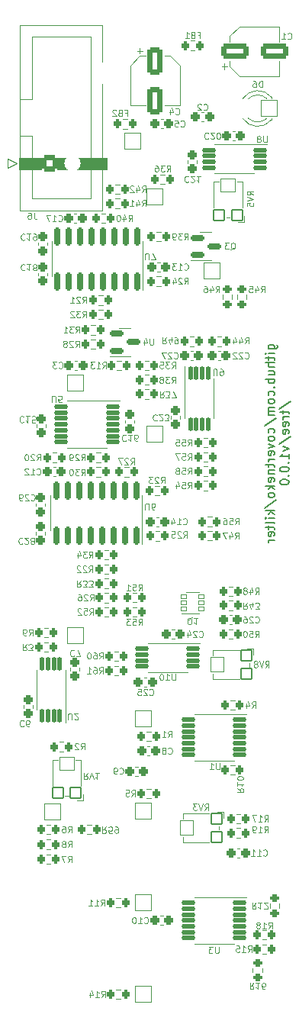
<source format=gbo>
G04 #@! TF.GenerationSoftware,KiCad,Pcbnew,(6.0.9)*
G04 #@! TF.CreationDate,2022-11-24T13:13:05-08:00*
G04 #@! TF.ProjectId,vcf-20,7663662d-3230-42e6-9b69-6361645f7063,rev?*
G04 #@! TF.SameCoordinates,Original*
G04 #@! TF.FileFunction,Legend,Bot*
G04 #@! TF.FilePolarity,Positive*
%FSLAX46Y46*%
G04 Gerber Fmt 4.6, Leading zero omitted, Abs format (unit mm)*
G04 Created by KiCad (PCBNEW (6.0.9)) date 2022-11-24 13:13:05*
%MOMM*%
%LPD*%
G01*
G04 APERTURE LIST*
G04 Aperture macros list*
%AMRoundRect*
0 Rectangle with rounded corners*
0 $1 Rounding radius*
0 $2 $3 $4 $5 $6 $7 $8 $9 X,Y pos of 4 corners*
0 Add a 4 corners polygon primitive as box body*
4,1,4,$2,$3,$4,$5,$6,$7,$8,$9,$2,$3,0*
0 Add four circle primitives for the rounded corners*
1,1,$1+$1,$2,$3*
1,1,$1+$1,$4,$5*
1,1,$1+$1,$6,$7*
1,1,$1+$1,$8,$9*
0 Add four rect primitives between the rounded corners*
20,1,$1+$1,$2,$3,$4,$5,0*
20,1,$1+$1,$4,$5,$6,$7,0*
20,1,$1+$1,$6,$7,$8,$9,0*
20,1,$1+$1,$8,$9,$2,$3,0*%
G04 Aperture macros list end*
%ADD10C,0.100000*%
%ADD11C,0.150000*%
%ADD12C,0.120000*%
%ADD13RoundRect,0.151000X0.637500X0.100000X-0.637500X0.100000X-0.637500X-0.100000X0.637500X-0.100000X0*%
%ADD14RoundRect,0.251000X-0.200000X-0.275000X0.200000X-0.275000X0.200000X0.275000X-0.200000X0.275000X0*%
%ADD15RoundRect,0.051000X-0.900000X-0.900000X0.900000X-0.900000X0.900000X0.900000X-0.900000X0.900000X0*%
%ADD16C,1.902000*%
%ADD17C,2.302000*%
%ADD18RoundRect,0.051000X-0.900000X0.900000X-0.900000X-0.900000X0.900000X-0.900000X0.900000X0.900000X0*%
%ADD19O,2.822000X3.342000*%
%ADD20RoundRect,0.051000X0.900000X0.900000X-0.900000X0.900000X-0.900000X-0.900000X0.900000X-0.900000X0*%
%ADD21RoundRect,0.276000X0.225000X0.250000X-0.225000X0.250000X-0.225000X-0.250000X0.225000X-0.250000X0*%
%ADD22RoundRect,0.301000X-1.250000X-0.550000X1.250000X-0.550000X1.250000X0.550000X-1.250000X0.550000X0*%
%ADD23RoundRect,0.301000X-0.550000X1.250000X-0.550000X-1.250000X0.550000X-1.250000X0.550000X1.250000X0*%
%ADD24RoundRect,0.301000X-0.600000X-0.600000X0.600000X-0.600000X0.600000X0.600000X-0.600000X0.600000X0*%
%ADD25C,1.802000*%
%ADD26RoundRect,0.276000X-0.250000X0.225000X-0.250000X-0.225000X0.250000X-0.225000X0.250000X0.225000X0*%
%ADD27RoundRect,0.276000X-0.225000X-0.250000X0.225000X-0.250000X0.225000X0.250000X-0.225000X0.250000X0*%
%ADD28RoundRect,0.276000X0.250000X-0.225000X0.250000X0.225000X-0.250000X0.225000X-0.250000X-0.225000X0*%
%ADD29RoundRect,0.051000X-0.325000X-0.200000X0.325000X-0.200000X0.325000X0.200000X-0.325000X0.200000X0*%
%ADD30RoundRect,0.201000X-0.587500X-0.150000X0.587500X-0.150000X0.587500X0.150000X-0.587500X0.150000X0*%
%ADD31RoundRect,0.251000X0.200000X0.275000X-0.200000X0.275000X-0.200000X-0.275000X0.200000X-0.275000X0*%
%ADD32RoundRect,0.251000X0.275000X-0.200000X0.275000X0.200000X-0.275000X0.200000X-0.275000X-0.200000X0*%
%ADD33RoundRect,0.251000X-0.275000X0.200000X-0.275000X-0.200000X0.275000X-0.200000X0.275000X0.200000X0*%
%ADD34RoundRect,0.051000X0.600000X-0.600000X0.600000X0.600000X-0.600000X0.600000X-0.600000X-0.600000X0*%
%ADD35RoundRect,0.051000X0.800000X-0.750000X0.800000X0.750000X-0.800000X0.750000X-0.800000X-0.750000X0*%
%ADD36RoundRect,0.051000X0.600000X0.600000X-0.600000X0.600000X-0.600000X-0.600000X0.600000X-0.600000X0*%
%ADD37RoundRect,0.051000X0.750000X0.800000X-0.750000X0.800000X-0.750000X-0.800000X0.750000X-0.800000X0*%
%ADD38RoundRect,0.201000X0.150000X-0.825000X0.150000X0.825000X-0.150000X0.825000X-0.150000X-0.825000X0*%
%ADD39RoundRect,0.151000X0.100000X-0.637500X0.100000X0.637500X-0.100000X0.637500X-0.100000X-0.637500X0*%
%ADD40RoundRect,0.151000X-0.100000X0.637500X-0.100000X-0.637500X0.100000X-0.637500X0.100000X0.637500X0*%
G04 APERTURE END LIST*
D10*
G36*
X9906000Y-26162000D02*
G01*
X127000Y-26162000D01*
X127000Y-24892000D01*
X9906000Y-24892000D01*
X9906000Y-26162000D01*
G37*
X9906000Y-26162000D02*
X127000Y-26162000D01*
X127000Y-24892000D01*
X9906000Y-24892000D01*
X9906000Y-26162000D01*
D11*
X27809714Y-46126119D02*
X28619238Y-46126119D01*
X28714476Y-46078500D01*
X28762095Y-46030880D01*
X28809714Y-45935642D01*
X28809714Y-45792785D01*
X28762095Y-45697547D01*
X28428761Y-46126119D02*
X28476380Y-46030880D01*
X28476380Y-45840404D01*
X28428761Y-45745166D01*
X28381142Y-45697547D01*
X28285904Y-45649928D01*
X28000190Y-45649928D01*
X27904952Y-45697547D01*
X27857333Y-45745166D01*
X27809714Y-45840404D01*
X27809714Y-46030880D01*
X27857333Y-46126119D01*
X28476380Y-46602309D02*
X27809714Y-46602309D01*
X27476380Y-46602309D02*
X27524000Y-46554690D01*
X27571619Y-46602309D01*
X27524000Y-46649928D01*
X27476380Y-46602309D01*
X27571619Y-46602309D01*
X27809714Y-46935642D02*
X27809714Y-47316595D01*
X27476380Y-47078500D02*
X28333523Y-47078500D01*
X28428761Y-47126119D01*
X28476380Y-47221357D01*
X28476380Y-47316595D01*
X28476380Y-47649928D02*
X27476380Y-47649928D01*
X28476380Y-48078500D02*
X27952571Y-48078500D01*
X27857333Y-48030880D01*
X27809714Y-47935642D01*
X27809714Y-47792785D01*
X27857333Y-47697547D01*
X27904952Y-47649928D01*
X27809714Y-48983261D02*
X28476380Y-48983261D01*
X27809714Y-48554690D02*
X28333523Y-48554690D01*
X28428761Y-48602309D01*
X28476380Y-48697547D01*
X28476380Y-48840404D01*
X28428761Y-48935642D01*
X28381142Y-48983261D01*
X28476380Y-49459452D02*
X27476380Y-49459452D01*
X27857333Y-49459452D02*
X27809714Y-49554690D01*
X27809714Y-49745166D01*
X27857333Y-49840404D01*
X27904952Y-49888023D01*
X28000190Y-49935642D01*
X28285904Y-49935642D01*
X28381142Y-49888023D01*
X28428761Y-49840404D01*
X28476380Y-49745166D01*
X28476380Y-49554690D01*
X28428761Y-49459452D01*
X28381142Y-50364214D02*
X28428761Y-50411833D01*
X28476380Y-50364214D01*
X28428761Y-50316595D01*
X28381142Y-50364214D01*
X28476380Y-50364214D01*
X28428761Y-51268976D02*
X28476380Y-51173738D01*
X28476380Y-50983261D01*
X28428761Y-50888023D01*
X28381142Y-50840404D01*
X28285904Y-50792785D01*
X28000190Y-50792785D01*
X27904952Y-50840404D01*
X27857333Y-50888023D01*
X27809714Y-50983261D01*
X27809714Y-51173738D01*
X27857333Y-51268976D01*
X28476380Y-51840404D02*
X28428761Y-51745166D01*
X28381142Y-51697547D01*
X28285904Y-51649928D01*
X28000190Y-51649928D01*
X27904952Y-51697547D01*
X27857333Y-51745166D01*
X27809714Y-51840404D01*
X27809714Y-51983261D01*
X27857333Y-52078499D01*
X27904952Y-52126119D01*
X28000190Y-52173738D01*
X28285904Y-52173738D01*
X28381142Y-52126119D01*
X28428761Y-52078499D01*
X28476380Y-51983261D01*
X28476380Y-51840404D01*
X28476380Y-52602309D02*
X27809714Y-52602309D01*
X27904952Y-52602309D02*
X27857333Y-52649928D01*
X27809714Y-52745166D01*
X27809714Y-52888023D01*
X27857333Y-52983261D01*
X27952571Y-53030880D01*
X28476380Y-53030880D01*
X27952571Y-53030880D02*
X27857333Y-53078499D01*
X27809714Y-53173738D01*
X27809714Y-53316595D01*
X27857333Y-53411833D01*
X27952571Y-53459452D01*
X28476380Y-53459452D01*
X27428761Y-54649928D02*
X28714476Y-53792785D01*
X28428761Y-55411833D02*
X28476380Y-55316595D01*
X28476380Y-55126119D01*
X28428761Y-55030880D01*
X28381142Y-54983261D01*
X28285904Y-54935642D01*
X28000190Y-54935642D01*
X27904952Y-54983261D01*
X27857333Y-55030880D01*
X27809714Y-55126119D01*
X27809714Y-55316595D01*
X27857333Y-55411833D01*
X28476380Y-55983261D02*
X28428761Y-55888023D01*
X28381142Y-55840404D01*
X28285904Y-55792785D01*
X28000190Y-55792785D01*
X27904952Y-55840404D01*
X27857333Y-55888023D01*
X27809714Y-55983261D01*
X27809714Y-56126119D01*
X27857333Y-56221357D01*
X27904952Y-56268976D01*
X28000190Y-56316595D01*
X28285904Y-56316595D01*
X28381142Y-56268976D01*
X28428761Y-56221357D01*
X28476380Y-56126119D01*
X28476380Y-55983261D01*
X27809714Y-56649928D02*
X28476380Y-56888023D01*
X27809714Y-57126119D01*
X28428761Y-57888023D02*
X28476380Y-57792785D01*
X28476380Y-57602309D01*
X28428761Y-57507071D01*
X28333523Y-57459452D01*
X27952571Y-57459452D01*
X27857333Y-57507071D01*
X27809714Y-57602309D01*
X27809714Y-57792785D01*
X27857333Y-57888023D01*
X27952571Y-57935642D01*
X28047809Y-57935642D01*
X28143047Y-57459452D01*
X28476380Y-58364214D02*
X27809714Y-58364214D01*
X28000190Y-58364214D02*
X27904952Y-58411833D01*
X27857333Y-58459452D01*
X27809714Y-58554690D01*
X27809714Y-58649928D01*
X27809714Y-58840404D02*
X27809714Y-59221357D01*
X27476380Y-58983261D02*
X28333523Y-58983261D01*
X28428761Y-59030880D01*
X28476380Y-59126119D01*
X28476380Y-59221357D01*
X27809714Y-59554690D02*
X28476380Y-59554690D01*
X27904952Y-59554690D02*
X27857333Y-59602309D01*
X27809714Y-59697547D01*
X27809714Y-59840404D01*
X27857333Y-59935642D01*
X27952571Y-59983261D01*
X28476380Y-59983261D01*
X28428761Y-60840404D02*
X28476380Y-60745166D01*
X28476380Y-60554690D01*
X28428761Y-60459452D01*
X28333523Y-60411833D01*
X27952571Y-60411833D01*
X27857333Y-60459452D01*
X27809714Y-60554690D01*
X27809714Y-60745166D01*
X27857333Y-60840404D01*
X27952571Y-60888023D01*
X28047809Y-60888023D01*
X28143047Y-60411833D01*
X28476380Y-61316595D02*
X27476380Y-61316595D01*
X28095428Y-61411833D02*
X28476380Y-61697547D01*
X27809714Y-61697547D02*
X28190666Y-61316595D01*
X28476380Y-62268976D02*
X28428761Y-62173738D01*
X28381142Y-62126119D01*
X28285904Y-62078499D01*
X28000190Y-62078499D01*
X27904952Y-62126119D01*
X27857333Y-62173738D01*
X27809714Y-62268976D01*
X27809714Y-62411833D01*
X27857333Y-62507071D01*
X27904952Y-62554690D01*
X28000190Y-62602309D01*
X28285904Y-62602309D01*
X28381142Y-62554690D01*
X28428761Y-62507071D01*
X28476380Y-62411833D01*
X28476380Y-62268976D01*
X27428761Y-63745166D02*
X28714476Y-62888023D01*
X28476380Y-64078499D02*
X27476380Y-64078499D01*
X28095428Y-64173738D02*
X28476380Y-64459452D01*
X27809714Y-64459452D02*
X28190666Y-64078499D01*
X28476380Y-64888023D02*
X27809714Y-64888023D01*
X27476380Y-64888023D02*
X27524000Y-64840404D01*
X27571619Y-64888023D01*
X27524000Y-64935642D01*
X27476380Y-64888023D01*
X27571619Y-64888023D01*
X28476380Y-65507071D02*
X28428761Y-65411833D01*
X28333523Y-65364214D01*
X27476380Y-65364214D01*
X27809714Y-65745166D02*
X27809714Y-66126119D01*
X27476380Y-65888023D02*
X28333523Y-65888023D01*
X28428761Y-65935642D01*
X28476380Y-66030880D01*
X28476380Y-66126119D01*
X28428761Y-66840404D02*
X28476380Y-66745166D01*
X28476380Y-66554690D01*
X28428761Y-66459452D01*
X28333523Y-66411833D01*
X27952571Y-66411833D01*
X27857333Y-66459452D01*
X27809714Y-66554690D01*
X27809714Y-66745166D01*
X27857333Y-66840404D01*
X27952571Y-66888023D01*
X28047809Y-66888023D01*
X28143047Y-66411833D01*
X28476380Y-67316595D02*
X27809714Y-67316595D01*
X28000190Y-67316595D02*
X27904952Y-67364214D01*
X27857333Y-67411833D01*
X27809714Y-67507071D01*
X27809714Y-67602309D01*
X29038761Y-52745166D02*
X30324476Y-51888023D01*
X29419714Y-52935642D02*
X29419714Y-53316595D01*
X29086380Y-53078500D02*
X29943523Y-53078500D01*
X30038761Y-53126119D01*
X30086380Y-53221357D01*
X30086380Y-53316595D01*
X30086380Y-53649928D02*
X29419714Y-53649928D01*
X29610190Y-53649928D02*
X29514952Y-53697547D01*
X29467333Y-53745166D01*
X29419714Y-53840404D01*
X29419714Y-53935642D01*
X30038761Y-54649928D02*
X30086380Y-54554690D01*
X30086380Y-54364214D01*
X30038761Y-54268976D01*
X29943523Y-54221357D01*
X29562571Y-54221357D01*
X29467333Y-54268976D01*
X29419714Y-54364214D01*
X29419714Y-54554690D01*
X29467333Y-54649928D01*
X29562571Y-54697547D01*
X29657809Y-54697547D01*
X29753047Y-54221357D01*
X30038761Y-55507071D02*
X30086380Y-55411833D01*
X30086380Y-55221357D01*
X30038761Y-55126119D01*
X29943523Y-55078500D01*
X29562571Y-55078500D01*
X29467333Y-55126119D01*
X29419714Y-55221357D01*
X29419714Y-55411833D01*
X29467333Y-55507071D01*
X29562571Y-55554690D01*
X29657809Y-55554690D01*
X29753047Y-55078500D01*
X29038761Y-56697547D02*
X30324476Y-55840404D01*
X29419714Y-56935642D02*
X30086380Y-57173738D01*
X29419714Y-57411833D01*
X30086380Y-58316595D02*
X30086380Y-57745166D01*
X30086380Y-58030880D02*
X29086380Y-58030880D01*
X29229238Y-57935642D01*
X29324476Y-57840404D01*
X29372095Y-57745166D01*
X29991142Y-58745166D02*
X30038761Y-58792785D01*
X30086380Y-58745166D01*
X30038761Y-58697547D01*
X29991142Y-58745166D01*
X30086380Y-58745166D01*
X29086380Y-59411833D02*
X29086380Y-59507071D01*
X29134000Y-59602309D01*
X29181619Y-59649928D01*
X29276857Y-59697547D01*
X29467333Y-59745166D01*
X29705428Y-59745166D01*
X29895904Y-59697547D01*
X29991142Y-59649928D01*
X30038761Y-59602309D01*
X30086380Y-59507071D01*
X30086380Y-59411833D01*
X30038761Y-59316595D01*
X29991142Y-59268976D01*
X29895904Y-59221357D01*
X29705428Y-59173738D01*
X29467333Y-59173738D01*
X29276857Y-59221357D01*
X29181619Y-59268976D01*
X29134000Y-59316595D01*
X29086380Y-59411833D01*
X29991142Y-60173738D02*
X30038761Y-60221357D01*
X30086380Y-60173738D01*
X30038761Y-60126119D01*
X29991142Y-60173738D01*
X30086380Y-60173738D01*
X29086380Y-60840404D02*
X29086380Y-60935642D01*
X29134000Y-61030880D01*
X29181619Y-61078500D01*
X29276857Y-61126119D01*
X29467333Y-61173738D01*
X29705428Y-61173738D01*
X29895904Y-61126119D01*
X29991142Y-61078500D01*
X30038761Y-61030880D01*
X30086380Y-60935642D01*
X30086380Y-60840404D01*
X30038761Y-60745166D01*
X29991142Y-60697547D01*
X29895904Y-60649928D01*
X29705428Y-60602309D01*
X29467333Y-60602309D01*
X29276857Y-60649928D01*
X29181619Y-60697547D01*
X29134000Y-60745166D01*
X29086380Y-60840404D01*
D10*
X27660533Y-22476666D02*
X27660533Y-23043333D01*
X27627200Y-23110000D01*
X27593866Y-23143333D01*
X27527200Y-23176666D01*
X27393866Y-23176666D01*
X27327200Y-23143333D01*
X27293866Y-23110000D01*
X27260533Y-23043333D01*
X27260533Y-22476666D01*
X26827200Y-22776666D02*
X26893866Y-22743333D01*
X26927200Y-22710000D01*
X26960533Y-22643333D01*
X26960533Y-22610000D01*
X26927200Y-22543333D01*
X26893866Y-22510000D01*
X26827200Y-22476666D01*
X26693866Y-22476666D01*
X26627200Y-22510000D01*
X26593866Y-22543333D01*
X26560533Y-22610000D01*
X26560533Y-22643333D01*
X26593866Y-22710000D01*
X26627200Y-22743333D01*
X26693866Y-22776666D01*
X26827200Y-22776666D01*
X26893866Y-22810000D01*
X26927200Y-22843333D01*
X26960533Y-22910000D01*
X26960533Y-23043333D01*
X26927200Y-23110000D01*
X26893866Y-23143333D01*
X26827200Y-23176666D01*
X26693866Y-23176666D01*
X26627200Y-23143333D01*
X26593866Y-23110000D01*
X26560533Y-23043333D01*
X26560533Y-22910000D01*
X26593866Y-22843333D01*
X26627200Y-22810000D01*
X26693866Y-22776666D01*
X9035200Y-82130066D02*
X9268533Y-81796733D01*
X9435200Y-82130066D02*
X9435200Y-81430066D01*
X9168533Y-81430066D01*
X9101866Y-81463400D01*
X9068533Y-81496733D01*
X9035200Y-81563400D01*
X9035200Y-81663400D01*
X9068533Y-81730066D01*
X9101866Y-81763400D01*
X9168533Y-81796733D01*
X9435200Y-81796733D01*
X8435200Y-81430066D02*
X8568533Y-81430066D01*
X8635200Y-81463400D01*
X8668533Y-81496733D01*
X8735200Y-81596733D01*
X8768533Y-81730066D01*
X8768533Y-81996733D01*
X8735200Y-82063400D01*
X8701866Y-82096733D01*
X8635200Y-82130066D01*
X8501866Y-82130066D01*
X8435200Y-82096733D01*
X8401866Y-82063400D01*
X8368533Y-81996733D01*
X8368533Y-81830066D01*
X8401866Y-81763400D01*
X8435200Y-81730066D01*
X8501866Y-81696733D01*
X8635200Y-81696733D01*
X8701866Y-81730066D01*
X8735200Y-81763400D01*
X8768533Y-81830066D01*
X7701866Y-82130066D02*
X8101866Y-82130066D01*
X7901866Y-82130066D02*
X7901866Y-81430066D01*
X7968533Y-81530066D01*
X8035200Y-81596733D01*
X8101866Y-81630066D01*
X9035200Y-80504466D02*
X9268533Y-80171133D01*
X9435200Y-80504466D02*
X9435200Y-79804466D01*
X9168533Y-79804466D01*
X9101866Y-79837800D01*
X9068533Y-79871133D01*
X9035200Y-79937800D01*
X9035200Y-80037800D01*
X9068533Y-80104466D01*
X9101866Y-80137800D01*
X9168533Y-80171133D01*
X9435200Y-80171133D01*
X8435200Y-79804466D02*
X8568533Y-79804466D01*
X8635200Y-79837800D01*
X8668533Y-79871133D01*
X8735200Y-79971133D01*
X8768533Y-80104466D01*
X8768533Y-80371133D01*
X8735200Y-80437800D01*
X8701866Y-80471133D01*
X8635200Y-80504466D01*
X8501866Y-80504466D01*
X8435200Y-80471133D01*
X8401866Y-80437800D01*
X8368533Y-80371133D01*
X8368533Y-80204466D01*
X8401866Y-80137800D01*
X8435200Y-80104466D01*
X8501866Y-80071133D01*
X8635200Y-80071133D01*
X8701866Y-80104466D01*
X8735200Y-80137800D01*
X8768533Y-80204466D01*
X7935200Y-79804466D02*
X7868533Y-79804466D01*
X7801866Y-79837800D01*
X7768533Y-79871133D01*
X7735200Y-79937800D01*
X7701866Y-80071133D01*
X7701866Y-80237800D01*
X7735200Y-80371133D01*
X7768533Y-80437800D01*
X7801866Y-80471133D01*
X7868533Y-80504466D01*
X7935200Y-80504466D01*
X8001866Y-80471133D01*
X8035200Y-80437800D01*
X8068533Y-80371133D01*
X8101866Y-80237800D01*
X8101866Y-80071133D01*
X8068533Y-79937800D01*
X8035200Y-79871133D01*
X8001866Y-79837800D01*
X7935200Y-79804466D01*
X9811600Y-99124333D02*
X9578266Y-99457666D01*
X9411600Y-99124333D02*
X9411600Y-99824333D01*
X9678266Y-99824333D01*
X9744933Y-99791000D01*
X9778266Y-99757666D01*
X9811600Y-99691000D01*
X9811600Y-99591000D01*
X9778266Y-99524333D01*
X9744933Y-99491000D01*
X9678266Y-99457666D01*
X9411600Y-99457666D01*
X10444933Y-99824333D02*
X10111600Y-99824333D01*
X10078266Y-99491000D01*
X10111600Y-99524333D01*
X10178266Y-99557666D01*
X10344933Y-99557666D01*
X10411600Y-99524333D01*
X10444933Y-99491000D01*
X10478266Y-99424333D01*
X10478266Y-99257666D01*
X10444933Y-99191000D01*
X10411600Y-99157666D01*
X10344933Y-99124333D01*
X10178266Y-99124333D01*
X10111600Y-99157666D01*
X10078266Y-99191000D01*
X10811600Y-99124333D02*
X10944933Y-99124333D01*
X11011600Y-99157666D01*
X11044933Y-99191000D01*
X11111600Y-99291000D01*
X11144933Y-99424333D01*
X11144933Y-99691000D01*
X11111600Y-99757666D01*
X11078266Y-99791000D01*
X11011600Y-99824333D01*
X10878266Y-99824333D01*
X10811600Y-99791000D01*
X10778266Y-99757666D01*
X10744933Y-99691000D01*
X10744933Y-99524333D01*
X10778266Y-99457666D01*
X10811600Y-99424333D01*
X10878266Y-99391000D01*
X11011600Y-99391000D01*
X11078266Y-99424333D01*
X11111600Y-99457666D01*
X11144933Y-99524333D01*
X16690166Y-90991500D02*
X16723500Y-91024833D01*
X16823500Y-91058166D01*
X16890166Y-91058166D01*
X16990166Y-91024833D01*
X17056833Y-90958166D01*
X17090166Y-90891500D01*
X17123500Y-90758166D01*
X17123500Y-90658166D01*
X17090166Y-90524833D01*
X17056833Y-90458166D01*
X16990166Y-90391500D01*
X16890166Y-90358166D01*
X16823500Y-90358166D01*
X16723500Y-90391500D01*
X16690166Y-90424833D01*
X16290166Y-90658166D02*
X16356833Y-90624833D01*
X16390166Y-90591500D01*
X16423500Y-90524833D01*
X16423500Y-90491500D01*
X16390166Y-90424833D01*
X16356833Y-90391500D01*
X16290166Y-90358166D01*
X16156833Y-90358166D01*
X16090166Y-90391500D01*
X16056833Y-90424833D01*
X16023500Y-90491500D01*
X16023500Y-90524833D01*
X16056833Y-90591500D01*
X16090166Y-90624833D01*
X16156833Y-90658166D01*
X16290166Y-90658166D01*
X16356833Y-90691500D01*
X16390166Y-90724833D01*
X16423500Y-90791500D01*
X16423500Y-90924833D01*
X16390166Y-90991500D01*
X16356833Y-91024833D01*
X16290166Y-91058166D01*
X16156833Y-91058166D01*
X16090166Y-91024833D01*
X16056833Y-90991500D01*
X16023500Y-90924833D01*
X16023500Y-90791500D01*
X16056833Y-90724833D01*
X16090166Y-90691500D01*
X16156833Y-90658166D01*
X11292666Y-93214000D02*
X11326000Y-93247333D01*
X11426000Y-93280666D01*
X11492666Y-93280666D01*
X11592666Y-93247333D01*
X11659333Y-93180666D01*
X11692666Y-93114000D01*
X11726000Y-92980666D01*
X11726000Y-92880666D01*
X11692666Y-92747333D01*
X11659333Y-92680666D01*
X11592666Y-92614000D01*
X11492666Y-92580666D01*
X11426000Y-92580666D01*
X11326000Y-92614000D01*
X11292666Y-92647333D01*
X10959333Y-93280666D02*
X10826000Y-93280666D01*
X10759333Y-93247333D01*
X10726000Y-93214000D01*
X10659333Y-93114000D01*
X10626000Y-92980666D01*
X10626000Y-92714000D01*
X10659333Y-92647333D01*
X10692666Y-92614000D01*
X10759333Y-92580666D01*
X10892666Y-92580666D01*
X10959333Y-92614000D01*
X10992666Y-92647333D01*
X11026000Y-92714000D01*
X11026000Y-92880666D01*
X10992666Y-92947333D01*
X10959333Y-92980666D01*
X10892666Y-93014000D01*
X10759333Y-93014000D01*
X10692666Y-92980666D01*
X10659333Y-92947333D01*
X10626000Y-92880666D01*
X14039000Y-109787500D02*
X14072333Y-109820833D01*
X14172333Y-109854166D01*
X14239000Y-109854166D01*
X14339000Y-109820833D01*
X14405666Y-109754166D01*
X14439000Y-109687500D01*
X14472333Y-109554166D01*
X14472333Y-109454166D01*
X14439000Y-109320833D01*
X14405666Y-109254166D01*
X14339000Y-109187500D01*
X14239000Y-109154166D01*
X14172333Y-109154166D01*
X14072333Y-109187500D01*
X14039000Y-109220833D01*
X13372333Y-109854166D02*
X13772333Y-109854166D01*
X13572333Y-109854166D02*
X13572333Y-109154166D01*
X13639000Y-109254166D01*
X13705666Y-109320833D01*
X13772333Y-109354166D01*
X12939000Y-109154166D02*
X12872333Y-109154166D01*
X12805666Y-109187500D01*
X12772333Y-109220833D01*
X12739000Y-109287500D01*
X12705666Y-109420833D01*
X12705666Y-109587500D01*
X12739000Y-109720833D01*
X12772333Y-109787500D01*
X12805666Y-109820833D01*
X12872333Y-109854166D01*
X12939000Y-109854166D01*
X13005666Y-109820833D01*
X13039000Y-109787500D01*
X13072333Y-109720833D01*
X13105666Y-109587500D01*
X13105666Y-109420833D01*
X13072333Y-109287500D01*
X13039000Y-109220833D01*
X13005666Y-109187500D01*
X12939000Y-109154166D01*
X27247000Y-102294500D02*
X27280333Y-102327833D01*
X27380333Y-102361166D01*
X27447000Y-102361166D01*
X27547000Y-102327833D01*
X27613666Y-102261166D01*
X27647000Y-102194500D01*
X27680333Y-102061166D01*
X27680333Y-101961166D01*
X27647000Y-101827833D01*
X27613666Y-101761166D01*
X27547000Y-101694500D01*
X27447000Y-101661166D01*
X27380333Y-101661166D01*
X27280333Y-101694500D01*
X27247000Y-101727833D01*
X26580333Y-102361166D02*
X26980333Y-102361166D01*
X26780333Y-102361166D02*
X26780333Y-101661166D01*
X26847000Y-101761166D01*
X26913666Y-101827833D01*
X26980333Y-101861166D01*
X25913666Y-102361166D02*
X26313666Y-102361166D01*
X26113666Y-102361166D02*
X26113666Y-101661166D01*
X26180333Y-101761166D01*
X26247000Y-101827833D01*
X26313666Y-101861166D01*
X29961666Y-11680000D02*
X29995000Y-11713333D01*
X30095000Y-11746666D01*
X30161666Y-11746666D01*
X30261666Y-11713333D01*
X30328333Y-11646666D01*
X30361666Y-11580000D01*
X30395000Y-11446666D01*
X30395000Y-11346666D01*
X30361666Y-11213333D01*
X30328333Y-11146666D01*
X30261666Y-11080000D01*
X30161666Y-11046666D01*
X30095000Y-11046666D01*
X29995000Y-11080000D01*
X29961666Y-11113333D01*
X29295000Y-11746666D02*
X29695000Y-11746666D01*
X29495000Y-11746666D02*
X29495000Y-11046666D01*
X29561666Y-11146666D01*
X29628333Y-11213333D01*
X29695000Y-11246666D01*
X17515666Y-20021000D02*
X17549000Y-20054333D01*
X17649000Y-20087666D01*
X17715666Y-20087666D01*
X17815666Y-20054333D01*
X17882333Y-19987666D01*
X17915666Y-19921000D01*
X17949000Y-19787666D01*
X17949000Y-19687666D01*
X17915666Y-19554333D01*
X17882333Y-19487666D01*
X17815666Y-19421000D01*
X17715666Y-19387666D01*
X17649000Y-19387666D01*
X17549000Y-19421000D01*
X17515666Y-19454333D01*
X16915666Y-19621000D02*
X16915666Y-20087666D01*
X17082333Y-19354333D02*
X17249000Y-19854333D01*
X16815666Y-19854333D01*
X20627166Y-19554000D02*
X20660500Y-19587333D01*
X20760500Y-19620666D01*
X20827166Y-19620666D01*
X20927166Y-19587333D01*
X20993833Y-19520666D01*
X21027166Y-19454000D01*
X21060500Y-19320666D01*
X21060500Y-19220666D01*
X21027166Y-19087333D01*
X20993833Y-19020666D01*
X20927166Y-18954000D01*
X20827166Y-18920666D01*
X20760500Y-18920666D01*
X20660500Y-18954000D01*
X20627166Y-18987333D01*
X20360500Y-18987333D02*
X20327166Y-18954000D01*
X20260500Y-18920666D01*
X20093833Y-18920666D01*
X20027166Y-18954000D01*
X19993833Y-18987333D01*
X19960500Y-19054000D01*
X19960500Y-19120666D01*
X19993833Y-19220666D01*
X20393833Y-19620666D01*
X19960500Y-19620666D01*
X18087166Y-21395500D02*
X18120500Y-21428833D01*
X18220500Y-21462166D01*
X18287166Y-21462166D01*
X18387166Y-21428833D01*
X18453833Y-21362166D01*
X18487166Y-21295500D01*
X18520500Y-21162166D01*
X18520500Y-21062166D01*
X18487166Y-20928833D01*
X18453833Y-20862166D01*
X18387166Y-20795500D01*
X18287166Y-20762166D01*
X18220500Y-20762166D01*
X18120500Y-20795500D01*
X18087166Y-20828833D01*
X17453833Y-20762166D02*
X17787166Y-20762166D01*
X17820500Y-21095500D01*
X17787166Y-21062166D01*
X17720500Y-21028833D01*
X17553833Y-21028833D01*
X17487166Y-21062166D01*
X17453833Y-21095500D01*
X17420500Y-21162166D01*
X17420500Y-21328833D01*
X17453833Y-21395500D01*
X17487166Y-21428833D01*
X17553833Y-21462166D01*
X17720500Y-21462166D01*
X17787166Y-21428833D01*
X17820500Y-21395500D01*
X20014333Y-11253000D02*
X20247666Y-11253000D01*
X20247666Y-11619666D02*
X20247666Y-10919666D01*
X19914333Y-10919666D01*
X19414333Y-11253000D02*
X19314333Y-11286333D01*
X19281000Y-11319666D01*
X19247666Y-11386333D01*
X19247666Y-11486333D01*
X19281000Y-11553000D01*
X19314333Y-11586333D01*
X19381000Y-11619666D01*
X19647666Y-11619666D01*
X19647666Y-10919666D01*
X19414333Y-10919666D01*
X19347666Y-10953000D01*
X19314333Y-10986333D01*
X19281000Y-11053000D01*
X19281000Y-11119666D01*
X19314333Y-11186333D01*
X19347666Y-11219666D01*
X19414333Y-11253000D01*
X19647666Y-11253000D01*
X18581000Y-11619666D02*
X18981000Y-11619666D01*
X18781000Y-11619666D02*
X18781000Y-10919666D01*
X18847666Y-11019666D01*
X18914333Y-11086333D01*
X18981000Y-11119666D01*
X11937133Y-19914400D02*
X12170466Y-19914400D01*
X12170466Y-20281066D02*
X12170466Y-19581066D01*
X11837133Y-19581066D01*
X11337133Y-19914400D02*
X11237133Y-19947733D01*
X11203800Y-19981066D01*
X11170466Y-20047733D01*
X11170466Y-20147733D01*
X11203800Y-20214400D01*
X11237133Y-20247733D01*
X11303800Y-20281066D01*
X11570466Y-20281066D01*
X11570466Y-19581066D01*
X11337133Y-19581066D01*
X11270466Y-19614400D01*
X11237133Y-19647733D01*
X11203800Y-19714400D01*
X11203800Y-19781066D01*
X11237133Y-19847733D01*
X11270466Y-19881066D01*
X11337133Y-19914400D01*
X11570466Y-19914400D01*
X10903800Y-19647733D02*
X10870466Y-19614400D01*
X10803800Y-19581066D01*
X10637133Y-19581066D01*
X10570466Y-19614400D01*
X10537133Y-19647733D01*
X10503800Y-19714400D01*
X10503800Y-19781066D01*
X10537133Y-19881066D01*
X10937133Y-20281066D01*
X10503800Y-20281066D01*
X1808133Y-30985666D02*
X1808133Y-31485666D01*
X1841466Y-31585666D01*
X1908133Y-31652333D01*
X2008133Y-31685666D01*
X2074800Y-31685666D01*
X1174800Y-30985666D02*
X1308133Y-30985666D01*
X1374800Y-31019000D01*
X1408133Y-31052333D01*
X1474800Y-31152333D01*
X1508133Y-31285666D01*
X1508133Y-31552333D01*
X1474800Y-31619000D01*
X1441466Y-31652333D01*
X1374800Y-31685666D01*
X1241466Y-31685666D01*
X1174800Y-31652333D01*
X1141466Y-31619000D01*
X1108133Y-31552333D01*
X1108133Y-31385666D01*
X1141466Y-31319000D01*
X1174800Y-31285666D01*
X1241466Y-31252333D01*
X1374800Y-31252333D01*
X1441466Y-31285666D01*
X1474800Y-31319000D01*
X1508133Y-31385666D01*
X16690166Y-89216666D02*
X16923500Y-88883333D01*
X17090166Y-89216666D02*
X17090166Y-88516666D01*
X16823500Y-88516666D01*
X16756833Y-88550000D01*
X16723500Y-88583333D01*
X16690166Y-88650000D01*
X16690166Y-88750000D01*
X16723500Y-88816666D01*
X16756833Y-88850000D01*
X16823500Y-88883333D01*
X17090166Y-88883333D01*
X16023500Y-89216666D02*
X16423500Y-89216666D01*
X16223500Y-89216666D02*
X16223500Y-88516666D01*
X16290166Y-88616666D01*
X16356833Y-88683333D01*
X16423500Y-88716666D01*
X645333Y-87380000D02*
X611999Y-87346666D01*
X512000Y-87313333D01*
X445333Y-87313333D01*
X345333Y-87346666D01*
X278666Y-87413333D01*
X245333Y-87480000D01*
X212000Y-87613333D01*
X212000Y-87713333D01*
X245333Y-87846666D01*
X278666Y-87913333D01*
X345333Y-87980000D01*
X445333Y-88013333D01*
X511999Y-88013333D01*
X611999Y-87980000D01*
X645333Y-87946666D01*
X1245333Y-88013333D02*
X1112000Y-88013333D01*
X1045333Y-87980000D01*
X1011999Y-87946666D01*
X945333Y-87846666D01*
X911999Y-87713333D01*
X911999Y-87446666D01*
X945333Y-87380000D01*
X978666Y-87346666D01*
X1045333Y-87313333D01*
X1178666Y-87313333D01*
X1245333Y-87346666D01*
X1278666Y-87380000D01*
X1312000Y-87446666D01*
X1312000Y-87613333D01*
X1278666Y-87680000D01*
X1245333Y-87713333D01*
X1178666Y-87746666D01*
X1045333Y-87746666D01*
X978666Y-87713333D01*
X945333Y-87680000D01*
X911999Y-87613333D01*
X6233333Y-79569500D02*
X6200000Y-79536166D01*
X6100000Y-79502833D01*
X6033333Y-79502833D01*
X5933333Y-79536166D01*
X5866666Y-79602833D01*
X5833333Y-79669500D01*
X5800000Y-79802833D01*
X5800000Y-79902833D01*
X5833333Y-80036166D01*
X5866666Y-80102833D01*
X5933333Y-80169500D01*
X6033333Y-80202833D01*
X6100000Y-80202833D01*
X6200000Y-80169500D01*
X6233333Y-80136166D01*
X6466666Y-80202833D02*
X6933333Y-80202833D01*
X6633333Y-79502833D01*
X18357000Y-65528000D02*
X18390333Y-65561333D01*
X18490333Y-65594666D01*
X18557000Y-65594666D01*
X18657000Y-65561333D01*
X18723666Y-65494666D01*
X18757000Y-65428000D01*
X18790333Y-65294666D01*
X18790333Y-65194666D01*
X18757000Y-65061333D01*
X18723666Y-64994666D01*
X18657000Y-64928000D01*
X18557000Y-64894666D01*
X18490333Y-64894666D01*
X18390333Y-64928000D01*
X18357000Y-64961333D01*
X17690333Y-65594666D02*
X18090333Y-65594666D01*
X17890333Y-65594666D02*
X17890333Y-64894666D01*
X17957000Y-64994666D01*
X18023666Y-65061333D01*
X18090333Y-65094666D01*
X17090333Y-65128000D02*
X17090333Y-65594666D01*
X17257000Y-64861333D02*
X17423666Y-65361333D01*
X16990333Y-65361333D01*
X26358000Y-76424600D02*
X26391333Y-76457933D01*
X26491333Y-76491266D01*
X26558000Y-76491266D01*
X26658000Y-76457933D01*
X26724666Y-76391266D01*
X26758000Y-76324600D01*
X26791333Y-76191266D01*
X26791333Y-76091266D01*
X26758000Y-75957933D01*
X26724666Y-75891266D01*
X26658000Y-75824600D01*
X26558000Y-75791266D01*
X26491333Y-75791266D01*
X26391333Y-75824600D01*
X26358000Y-75857933D01*
X26091333Y-75857933D02*
X26058000Y-75824600D01*
X25991333Y-75791266D01*
X25824666Y-75791266D01*
X25758000Y-75824600D01*
X25724666Y-75857933D01*
X25691333Y-75924600D01*
X25691333Y-75991266D01*
X25724666Y-76091266D01*
X26124666Y-76491266D01*
X25691333Y-76491266D01*
X25091333Y-75791266D02*
X25224666Y-75791266D01*
X25291333Y-75824600D01*
X25324666Y-75857933D01*
X25391333Y-75957933D01*
X25424666Y-76091266D01*
X25424666Y-76357933D01*
X25391333Y-76424600D01*
X25358000Y-76457933D01*
X25291333Y-76491266D01*
X25158000Y-76491266D01*
X25091333Y-76457933D01*
X25058000Y-76424600D01*
X25024666Y-76357933D01*
X25024666Y-76191266D01*
X25058000Y-76124600D01*
X25091333Y-76091266D01*
X25158000Y-76057933D01*
X25291333Y-76057933D01*
X25358000Y-76091266D01*
X25391333Y-76124600D01*
X25424666Y-76191266D01*
X2101000Y-60003500D02*
X2134333Y-60036833D01*
X2234333Y-60070166D01*
X2301000Y-60070166D01*
X2401000Y-60036833D01*
X2467666Y-59970166D01*
X2501000Y-59903500D01*
X2534333Y-59770166D01*
X2534333Y-59670166D01*
X2501000Y-59536833D01*
X2467666Y-59470166D01*
X2401000Y-59403500D01*
X2301000Y-59370166D01*
X2234333Y-59370166D01*
X2134333Y-59403500D01*
X2101000Y-59436833D01*
X1434333Y-60070166D02*
X1834333Y-60070166D01*
X1634333Y-60070166D02*
X1634333Y-59370166D01*
X1701000Y-59470166D01*
X1767666Y-59536833D01*
X1834333Y-59570166D01*
X1167666Y-59436833D02*
X1134333Y-59403500D01*
X1067666Y-59370166D01*
X900999Y-59370166D01*
X834333Y-59403500D01*
X801000Y-59436833D01*
X767666Y-59503500D01*
X767666Y-59570166D01*
X801000Y-59670166D01*
X1201000Y-60070166D01*
X767666Y-60070166D01*
X17341000Y-47113000D02*
X17374333Y-47146333D01*
X17474333Y-47179666D01*
X17541000Y-47179666D01*
X17641000Y-47146333D01*
X17707666Y-47079666D01*
X17741000Y-47013000D01*
X17774333Y-46879666D01*
X17774333Y-46779666D01*
X17741000Y-46646333D01*
X17707666Y-46579666D01*
X17641000Y-46513000D01*
X17541000Y-46479666D01*
X17474333Y-46479666D01*
X17374333Y-46513000D01*
X17341000Y-46546333D01*
X17074333Y-46546333D02*
X17041000Y-46513000D01*
X16974333Y-46479666D01*
X16807666Y-46479666D01*
X16741000Y-46513000D01*
X16707666Y-46546333D01*
X16674333Y-46613000D01*
X16674333Y-46679666D01*
X16707666Y-46779666D01*
X17107666Y-47179666D01*
X16674333Y-47179666D01*
X16441000Y-46479666D02*
X15974333Y-46479666D01*
X16274333Y-47179666D01*
X629500Y-53636000D02*
X596166Y-53602666D01*
X496166Y-53569333D01*
X429500Y-53569333D01*
X329500Y-53602666D01*
X262833Y-53669333D01*
X229500Y-53736000D01*
X196166Y-53869333D01*
X196166Y-53969333D01*
X229500Y-54102666D01*
X262833Y-54169333D01*
X329500Y-54236000D01*
X429500Y-54269333D01*
X496166Y-54269333D01*
X596166Y-54236000D01*
X629500Y-54202666D01*
X1296166Y-53569333D02*
X896166Y-53569333D01*
X1096166Y-53569333D02*
X1096166Y-54269333D01*
X1029500Y-54169333D01*
X962833Y-54102666D01*
X896166Y-54069333D01*
X1929500Y-54269333D02*
X1596166Y-54269333D01*
X1562833Y-53936000D01*
X1596166Y-53969333D01*
X1662833Y-54002666D01*
X1829500Y-54002666D01*
X1896166Y-53969333D01*
X1929500Y-53936000D01*
X1962833Y-53869333D01*
X1962833Y-53702666D01*
X1929500Y-53636000D01*
X1896166Y-53602666D01*
X1829500Y-53569333D01*
X1662833Y-53569333D01*
X1596166Y-53602666D01*
X1562833Y-53636000D01*
X21140000Y-22178200D02*
X21106666Y-22144866D01*
X21006666Y-22111533D01*
X20940000Y-22111533D01*
X20840000Y-22144866D01*
X20773333Y-22211533D01*
X20740000Y-22278200D01*
X20706666Y-22411533D01*
X20706666Y-22511533D01*
X20740000Y-22644866D01*
X20773333Y-22711533D01*
X20840000Y-22778200D01*
X20940000Y-22811533D01*
X21006666Y-22811533D01*
X21106666Y-22778200D01*
X21140000Y-22744866D01*
X21406666Y-22744866D02*
X21440000Y-22778200D01*
X21506666Y-22811533D01*
X21673333Y-22811533D01*
X21740000Y-22778200D01*
X21773333Y-22744866D01*
X21806666Y-22678200D01*
X21806666Y-22611533D01*
X21773333Y-22511533D01*
X21373333Y-22111533D01*
X21806666Y-22111533D01*
X22240000Y-22811533D02*
X22306666Y-22811533D01*
X22373333Y-22778200D01*
X22406666Y-22744866D01*
X22440000Y-22678200D01*
X22473333Y-22544866D01*
X22473333Y-22378200D01*
X22440000Y-22244866D01*
X22406666Y-22178200D01*
X22373333Y-22144866D01*
X22306666Y-22111533D01*
X22240000Y-22111533D01*
X22173333Y-22144866D01*
X22140000Y-22178200D01*
X22106666Y-22244866D01*
X22073333Y-22378200D01*
X22073333Y-22544866D01*
X22106666Y-22678200D01*
X22140000Y-22744866D01*
X22173333Y-22778200D01*
X22240000Y-22811533D01*
X502500Y-67123500D02*
X469166Y-67090166D01*
X369166Y-67056833D01*
X302500Y-67056833D01*
X202500Y-67090166D01*
X135833Y-67156833D01*
X102500Y-67223500D01*
X69166Y-67356833D01*
X69166Y-67456833D01*
X102500Y-67590166D01*
X135833Y-67656833D01*
X202500Y-67723500D01*
X302500Y-67756833D01*
X369166Y-67756833D01*
X469166Y-67723500D01*
X502499Y-67690166D01*
X769166Y-67690166D02*
X802500Y-67723500D01*
X869166Y-67756833D01*
X1035833Y-67756833D01*
X1102500Y-67723500D01*
X1135833Y-67690166D01*
X1169166Y-67623500D01*
X1169166Y-67556833D01*
X1135833Y-67456833D01*
X735833Y-67056833D01*
X1169166Y-67056833D01*
X1569166Y-67456833D02*
X1502500Y-67490166D01*
X1469166Y-67523500D01*
X1435833Y-67590166D01*
X1435833Y-67623500D01*
X1469166Y-67690166D01*
X1502500Y-67723500D01*
X1569166Y-67756833D01*
X1702500Y-67756833D01*
X1769166Y-67723500D01*
X1802500Y-67690166D01*
X1835833Y-67623500D01*
X1835833Y-67590166D01*
X1802500Y-67523500D01*
X1769166Y-67490166D01*
X1702500Y-67456833D01*
X1569166Y-67456833D01*
X1502500Y-67423500D01*
X1469166Y-67390166D01*
X1435833Y-67323500D01*
X1435833Y-67190166D01*
X1469166Y-67123500D01*
X1502500Y-67090166D01*
X1569166Y-67056833D01*
X1702500Y-67056833D01*
X1769166Y-67090166D01*
X1802500Y-67123500D01*
X1835833Y-67190166D01*
X1835833Y-67323500D01*
X1802500Y-67390166D01*
X1769166Y-67423500D01*
X1702500Y-67456833D01*
X11996000Y-55693500D02*
X11962666Y-55660166D01*
X11862666Y-55626833D01*
X11796000Y-55626833D01*
X11696000Y-55660166D01*
X11629333Y-55726833D01*
X11596000Y-55793500D01*
X11562666Y-55926833D01*
X11562666Y-56026833D01*
X11596000Y-56160166D01*
X11629333Y-56226833D01*
X11696000Y-56293500D01*
X11796000Y-56326833D01*
X11862666Y-56326833D01*
X11962666Y-56293500D01*
X11996000Y-56260166D01*
X12662666Y-55626833D02*
X12262666Y-55626833D01*
X12462666Y-55626833D02*
X12462666Y-56326833D01*
X12396000Y-56226833D01*
X12329333Y-56160166D01*
X12262666Y-56126833D01*
X13262666Y-56326833D02*
X13129333Y-56326833D01*
X13062666Y-56293500D01*
X13029333Y-56260166D01*
X12962666Y-56160166D01*
X12929333Y-56026833D01*
X12929333Y-55760166D01*
X12962666Y-55693500D01*
X12996000Y-55660166D01*
X13062666Y-55626833D01*
X13196000Y-55626833D01*
X13262666Y-55660166D01*
X13296000Y-55693500D01*
X13329333Y-55760166D01*
X13329333Y-55926833D01*
X13296000Y-55993500D01*
X13262666Y-56026833D01*
X13196000Y-56060166D01*
X13062666Y-56060166D01*
X12996000Y-56026833D01*
X12962666Y-55993500D01*
X12929333Y-55926833D01*
X18930200Y-26978700D02*
X18896866Y-26945366D01*
X18796866Y-26912033D01*
X18730200Y-26912033D01*
X18630200Y-26945366D01*
X18563533Y-27012033D01*
X18530200Y-27078700D01*
X18496866Y-27212033D01*
X18496866Y-27312033D01*
X18530200Y-27445366D01*
X18563533Y-27512033D01*
X18630200Y-27578700D01*
X18730200Y-27612033D01*
X18796866Y-27612033D01*
X18896866Y-27578700D01*
X18930200Y-27545366D01*
X19196866Y-27545366D02*
X19230200Y-27578700D01*
X19296866Y-27612033D01*
X19463533Y-27612033D01*
X19530200Y-27578700D01*
X19563533Y-27545366D01*
X19596866Y-27478700D01*
X19596866Y-27412033D01*
X19563533Y-27312033D01*
X19163533Y-26912033D01*
X19596866Y-26912033D01*
X20263533Y-26912033D02*
X19863533Y-26912033D01*
X20063533Y-26912033D02*
X20063533Y-27612033D01*
X19996866Y-27512033D01*
X19930200Y-27445366D01*
X19863533Y-27412033D01*
X1466000Y-62861000D02*
X1499333Y-62894333D01*
X1599333Y-62927666D01*
X1666000Y-62927666D01*
X1766000Y-62894333D01*
X1832666Y-62827666D01*
X1865999Y-62761000D01*
X1899333Y-62627666D01*
X1899333Y-62527666D01*
X1865999Y-62394333D01*
X1832666Y-62327666D01*
X1766000Y-62261000D01*
X1666000Y-62227666D01*
X1599333Y-62227666D01*
X1499333Y-62261000D01*
X1466000Y-62294333D01*
X1199333Y-62294333D02*
X1165999Y-62261000D01*
X1099333Y-62227666D01*
X932666Y-62227666D01*
X865999Y-62261000D01*
X832666Y-62294333D01*
X799333Y-62361000D01*
X799333Y-62427666D01*
X832666Y-62527666D01*
X1232666Y-62927666D01*
X799333Y-62927666D01*
X465999Y-62927666D02*
X332666Y-62927666D01*
X265999Y-62894333D01*
X232666Y-62861000D01*
X166000Y-62761000D01*
X132666Y-62627666D01*
X132666Y-62361000D01*
X166000Y-62294333D01*
X199333Y-62261000D01*
X265999Y-62227666D01*
X399333Y-62227666D01*
X465999Y-62261000D01*
X499333Y-62294333D01*
X532666Y-62361000D01*
X532666Y-62527666D01*
X499333Y-62594333D01*
X465999Y-62627666D01*
X399333Y-62661000D01*
X265999Y-62661000D01*
X199333Y-62627666D01*
X166000Y-62594333D01*
X132666Y-62527666D01*
X20134900Y-78024800D02*
X20168233Y-78058133D01*
X20268233Y-78091466D01*
X20334900Y-78091466D01*
X20434900Y-78058133D01*
X20501566Y-77991466D01*
X20534900Y-77924800D01*
X20568233Y-77791466D01*
X20568233Y-77691466D01*
X20534900Y-77558133D01*
X20501566Y-77491466D01*
X20434900Y-77424800D01*
X20334900Y-77391466D01*
X20268233Y-77391466D01*
X20168233Y-77424800D01*
X20134900Y-77458133D01*
X19868233Y-77458133D02*
X19834900Y-77424800D01*
X19768233Y-77391466D01*
X19601566Y-77391466D01*
X19534900Y-77424800D01*
X19501566Y-77458133D01*
X19468233Y-77524800D01*
X19468233Y-77591466D01*
X19501566Y-77691466D01*
X19901566Y-78091466D01*
X19468233Y-78091466D01*
X18868233Y-77624800D02*
X18868233Y-78091466D01*
X19034900Y-77358133D02*
X19201566Y-77858133D01*
X18768233Y-77858133D01*
X14623200Y-84476400D02*
X14656533Y-84509733D01*
X14756533Y-84543066D01*
X14823200Y-84543066D01*
X14923200Y-84509733D01*
X14989866Y-84443066D01*
X15023200Y-84376400D01*
X15056533Y-84243066D01*
X15056533Y-84143066D01*
X15023200Y-84009733D01*
X14989866Y-83943066D01*
X14923200Y-83876400D01*
X14823200Y-83843066D01*
X14756533Y-83843066D01*
X14656533Y-83876400D01*
X14623200Y-83909733D01*
X14356533Y-83909733D02*
X14323200Y-83876400D01*
X14256533Y-83843066D01*
X14089866Y-83843066D01*
X14023200Y-83876400D01*
X13989866Y-83909733D01*
X13956533Y-83976400D01*
X13956533Y-84043066D01*
X13989866Y-84143066D01*
X14389866Y-84543066D01*
X13956533Y-84543066D01*
X13323200Y-83843066D02*
X13656533Y-83843066D01*
X13689866Y-84176400D01*
X13656533Y-84143066D01*
X13589866Y-84109733D01*
X13423200Y-84109733D01*
X13356533Y-84143066D01*
X13323200Y-84176400D01*
X13289866Y-84243066D01*
X13289866Y-84409733D01*
X13323200Y-84476400D01*
X13356533Y-84509733D01*
X13423200Y-84543066D01*
X13589866Y-84543066D01*
X13656533Y-84509733D01*
X13689866Y-84476400D01*
X27140866Y-17080666D02*
X27140866Y-16380666D01*
X26974200Y-16380666D01*
X26874200Y-16414000D01*
X26807533Y-16480666D01*
X26774200Y-16547333D01*
X26740866Y-16680666D01*
X26740866Y-16780666D01*
X26774200Y-16914000D01*
X26807533Y-16980666D01*
X26874200Y-17047333D01*
X26974200Y-17080666D01*
X27140866Y-17080666D01*
X26140866Y-16380666D02*
X26274200Y-16380666D01*
X26340866Y-16414000D01*
X26374200Y-16447333D01*
X26440866Y-16547333D01*
X26474200Y-16680666D01*
X26474200Y-16947333D01*
X26440866Y-17014000D01*
X26407533Y-17047333D01*
X26340866Y-17080666D01*
X26207533Y-17080666D01*
X26140866Y-17047333D01*
X26107533Y-17014000D01*
X26074200Y-16947333D01*
X26074200Y-16780666D01*
X26107533Y-16714000D01*
X26140866Y-16680666D01*
X26207533Y-16647333D01*
X26340866Y-16647333D01*
X26407533Y-16680666D01*
X26440866Y-16714000D01*
X26474200Y-16780666D01*
X19338933Y-75886266D02*
X19272266Y-75919600D01*
X19205600Y-75986266D01*
X19105600Y-76086266D01*
X19038933Y-76119600D01*
X18972266Y-76119600D01*
X19005600Y-75952933D02*
X18938933Y-75986266D01*
X18872266Y-76052933D01*
X18838933Y-76186266D01*
X18838933Y-76419600D01*
X18872266Y-76552933D01*
X18938933Y-76619600D01*
X19005600Y-76652933D01*
X19138933Y-76652933D01*
X19205600Y-76619600D01*
X19272266Y-76552933D01*
X19305600Y-76419600D01*
X19305600Y-76186266D01*
X19272266Y-76052933D01*
X19205600Y-75986266D01*
X19138933Y-75952933D01*
X19005600Y-75952933D01*
X19972266Y-75952933D02*
X19572266Y-75952933D01*
X19772266Y-75952933D02*
X19772266Y-76652933D01*
X19705600Y-76552933D01*
X19638933Y-76486266D01*
X19572266Y-76452933D01*
X23612466Y-35105133D02*
X23679133Y-35071800D01*
X23745800Y-35005133D01*
X23845800Y-34905133D01*
X23912466Y-34871800D01*
X23979133Y-34871800D01*
X23945800Y-35038466D02*
X24012466Y-35005133D01*
X24079133Y-34938466D01*
X24112466Y-34805133D01*
X24112466Y-34571800D01*
X24079133Y-34438466D01*
X24012466Y-34371800D01*
X23945800Y-34338466D01*
X23812466Y-34338466D01*
X23745800Y-34371800D01*
X23679133Y-34438466D01*
X23645800Y-34571800D01*
X23645800Y-34805133D01*
X23679133Y-34938466D01*
X23745800Y-35005133D01*
X23812466Y-35038466D01*
X23945800Y-35038466D01*
X23412466Y-34338466D02*
X22979133Y-34338466D01*
X23212466Y-34605133D01*
X23112466Y-34605133D01*
X23045800Y-34638466D01*
X23012466Y-34671800D01*
X22979133Y-34738466D01*
X22979133Y-34905133D01*
X23012466Y-34971800D01*
X23045800Y-35005133D01*
X23112466Y-35038466D01*
X23312466Y-35038466D01*
X23379133Y-35005133D01*
X23412466Y-34971800D01*
X5577666Y-99757666D02*
X5811000Y-99424333D01*
X5977666Y-99757666D02*
X5977666Y-99057666D01*
X5711000Y-99057666D01*
X5644333Y-99091000D01*
X5611000Y-99124333D01*
X5577666Y-99191000D01*
X5577666Y-99291000D01*
X5611000Y-99357666D01*
X5644333Y-99391000D01*
X5711000Y-99424333D01*
X5977666Y-99424333D01*
X4977666Y-99057666D02*
X5111000Y-99057666D01*
X5177666Y-99091000D01*
X5211000Y-99124333D01*
X5277666Y-99224333D01*
X5311000Y-99357666D01*
X5311000Y-99624333D01*
X5277666Y-99691000D01*
X5244333Y-99724333D01*
X5177666Y-99757666D01*
X5044333Y-99757666D01*
X4977666Y-99724333D01*
X4944333Y-99691000D01*
X4911000Y-99624333D01*
X4911000Y-99457666D01*
X4944333Y-99391000D01*
X4977666Y-99357666D01*
X5044333Y-99324333D01*
X5177666Y-99324333D01*
X5244333Y-99357666D01*
X5277666Y-99391000D01*
X5311000Y-99457666D01*
X5577666Y-103059666D02*
X5811000Y-102726333D01*
X5977666Y-103059666D02*
X5977666Y-102359666D01*
X5711000Y-102359666D01*
X5644333Y-102393000D01*
X5611000Y-102426333D01*
X5577666Y-102493000D01*
X5577666Y-102593000D01*
X5611000Y-102659666D01*
X5644333Y-102693000D01*
X5711000Y-102726333D01*
X5977666Y-102726333D01*
X5344333Y-102359666D02*
X4877666Y-102359666D01*
X5177666Y-103059666D01*
X1234166Y-77913666D02*
X1467500Y-77580333D01*
X1634166Y-77913666D02*
X1634166Y-77213666D01*
X1367500Y-77213666D01*
X1300833Y-77247000D01*
X1267500Y-77280333D01*
X1234166Y-77347000D01*
X1234166Y-77447000D01*
X1267500Y-77513666D01*
X1300833Y-77547000D01*
X1367500Y-77580333D01*
X1634166Y-77580333D01*
X900833Y-77913666D02*
X767500Y-77913666D01*
X700833Y-77880333D01*
X667500Y-77847000D01*
X600833Y-77747000D01*
X567500Y-77613666D01*
X567500Y-77347000D01*
X600833Y-77280333D01*
X634166Y-77247000D01*
X700833Y-77213666D01*
X834166Y-77213666D01*
X900833Y-77247000D01*
X934166Y-77280333D01*
X967500Y-77347000D01*
X967500Y-77513666D01*
X934166Y-77580333D01*
X900833Y-77613666D01*
X834166Y-77647000D01*
X700833Y-77647000D01*
X634166Y-77613666D01*
X600833Y-77580333D01*
X567500Y-77513666D01*
X962833Y-78867833D02*
X729500Y-79201166D01*
X562833Y-78867833D02*
X562833Y-79567833D01*
X829500Y-79567833D01*
X896166Y-79534500D01*
X929500Y-79501166D01*
X962833Y-79434500D01*
X962833Y-79334500D01*
X929500Y-79267833D01*
X896166Y-79234500D01*
X829500Y-79201166D01*
X562833Y-79201166D01*
X1196166Y-79567833D02*
X1629500Y-79567833D01*
X1396166Y-79301166D01*
X1496166Y-79301166D01*
X1562833Y-79267833D01*
X1596166Y-79234500D01*
X1629500Y-79167833D01*
X1629500Y-79001166D01*
X1596166Y-78934500D01*
X1562833Y-78901166D01*
X1496166Y-78867833D01*
X1296166Y-78867833D01*
X1229500Y-78901166D01*
X1196166Y-78934500D01*
X25999266Y-85940066D02*
X26232600Y-85606733D01*
X26399266Y-85940066D02*
X26399266Y-85240066D01*
X26132600Y-85240066D01*
X26065933Y-85273400D01*
X26032600Y-85306733D01*
X25999266Y-85373400D01*
X25999266Y-85473400D01*
X26032600Y-85540066D01*
X26065933Y-85573400D01*
X26132600Y-85606733D01*
X26399266Y-85606733D01*
X25399266Y-85473400D02*
X25399266Y-85940066D01*
X25565933Y-85206733D02*
X25732600Y-85706733D01*
X25299266Y-85706733D01*
X24334033Y-94874500D02*
X24667366Y-95107833D01*
X24334033Y-95274500D02*
X25034033Y-95274500D01*
X25034033Y-95007833D01*
X25000700Y-94941166D01*
X24967366Y-94907833D01*
X24900700Y-94874500D01*
X24800700Y-94874500D01*
X24734033Y-94907833D01*
X24700700Y-94941166D01*
X24667366Y-95007833D01*
X24667366Y-95274500D01*
X24334033Y-94207833D02*
X24334033Y-94607833D01*
X24334033Y-94407833D02*
X25034033Y-94407833D01*
X24934033Y-94474500D01*
X24867366Y-94541166D01*
X24834033Y-94607833D01*
X25034033Y-93774500D02*
X25034033Y-93707833D01*
X25000700Y-93641166D01*
X24967366Y-93607833D01*
X24900700Y-93574500D01*
X24767366Y-93541166D01*
X24600700Y-93541166D01*
X24467366Y-93574500D01*
X24400700Y-93607833D01*
X24367366Y-93641166D01*
X24334033Y-93707833D01*
X24334033Y-93774500D01*
X24367366Y-93841166D01*
X24400700Y-93874500D01*
X24467366Y-93907833D01*
X24600700Y-93941166D01*
X24767366Y-93941166D01*
X24900700Y-93907833D01*
X24967366Y-93874500D01*
X25000700Y-93841166D01*
X25034033Y-93774500D01*
X26410500Y-107569833D02*
X26177166Y-107903166D01*
X26010500Y-107569833D02*
X26010500Y-108269833D01*
X26277166Y-108269833D01*
X26343833Y-108236500D01*
X26377166Y-108203166D01*
X26410500Y-108136500D01*
X26410500Y-108036500D01*
X26377166Y-107969833D01*
X26343833Y-107936500D01*
X26277166Y-107903166D01*
X26010500Y-107903166D01*
X27077166Y-107569833D02*
X26677166Y-107569833D01*
X26877166Y-107569833D02*
X26877166Y-108269833D01*
X26810500Y-108169833D01*
X26743833Y-108103166D01*
X26677166Y-108069833D01*
X27343833Y-108203166D02*
X27377166Y-108236500D01*
X27443833Y-108269833D01*
X27610500Y-108269833D01*
X27677166Y-108236500D01*
X27710500Y-108203166D01*
X27743833Y-108136500D01*
X27743833Y-108069833D01*
X27710500Y-107969833D01*
X27310500Y-107569833D01*
X27743833Y-107569833D01*
X26156500Y-116459833D02*
X25923166Y-116793166D01*
X25756500Y-116459833D02*
X25756500Y-117159833D01*
X26023166Y-117159833D01*
X26089833Y-117126500D01*
X26123166Y-117093166D01*
X26156500Y-117026500D01*
X26156500Y-116926500D01*
X26123166Y-116859833D01*
X26089833Y-116826500D01*
X26023166Y-116793166D01*
X25756500Y-116793166D01*
X26823166Y-116459833D02*
X26423166Y-116459833D01*
X26623166Y-116459833D02*
X26623166Y-117159833D01*
X26556500Y-117059833D01*
X26489833Y-116993166D01*
X26423166Y-116959833D01*
X27423166Y-117159833D02*
X27289833Y-117159833D01*
X27223166Y-117126500D01*
X27189833Y-117093166D01*
X27123166Y-116993166D01*
X27089833Y-116859833D01*
X27089833Y-116593166D01*
X27123166Y-116526500D01*
X27156500Y-116493166D01*
X27223166Y-116459833D01*
X27356500Y-116459833D01*
X27423166Y-116493166D01*
X27456500Y-116526500D01*
X27489833Y-116593166D01*
X27489833Y-116759833D01*
X27456500Y-116826500D01*
X27423166Y-116859833D01*
X27356500Y-116893166D01*
X27223166Y-116893166D01*
X27156500Y-116859833D01*
X27123166Y-116826500D01*
X27089833Y-116759833D01*
X12626166Y-95757166D02*
X12859500Y-95423833D01*
X13026166Y-95757166D02*
X13026166Y-95057166D01*
X12759500Y-95057166D01*
X12692833Y-95090500D01*
X12659500Y-95123833D01*
X12626166Y-95190500D01*
X12626166Y-95290500D01*
X12659500Y-95357166D01*
X12692833Y-95390500D01*
X12759500Y-95423833D01*
X13026166Y-95423833D01*
X11992833Y-95057166D02*
X12326166Y-95057166D01*
X12359500Y-95390500D01*
X12326166Y-95357166D01*
X12259500Y-95323833D01*
X12092833Y-95323833D01*
X12026166Y-95357166D01*
X11992833Y-95390500D01*
X11959500Y-95457166D01*
X11959500Y-95623833D01*
X11992833Y-95690500D01*
X12026166Y-95723833D01*
X12092833Y-95757166D01*
X12259500Y-95757166D01*
X12326166Y-95723833D01*
X12359500Y-95690500D01*
X9213000Y-107885666D02*
X9446333Y-107552333D01*
X9613000Y-107885666D02*
X9613000Y-107185666D01*
X9346333Y-107185666D01*
X9279666Y-107219000D01*
X9246333Y-107252333D01*
X9213000Y-107319000D01*
X9213000Y-107419000D01*
X9246333Y-107485666D01*
X9279666Y-107519000D01*
X9346333Y-107552333D01*
X9613000Y-107552333D01*
X8546333Y-107885666D02*
X8946333Y-107885666D01*
X8746333Y-107885666D02*
X8746333Y-107185666D01*
X8813000Y-107285666D01*
X8879666Y-107352333D01*
X8946333Y-107385666D01*
X7879666Y-107885666D02*
X8279666Y-107885666D01*
X8079666Y-107885666D02*
X8079666Y-107185666D01*
X8146333Y-107285666D01*
X8213000Y-107352333D01*
X8279666Y-107385666D01*
X9276500Y-118045666D02*
X9509833Y-117712333D01*
X9676500Y-118045666D02*
X9676500Y-117345666D01*
X9409833Y-117345666D01*
X9343166Y-117379000D01*
X9309833Y-117412333D01*
X9276500Y-117479000D01*
X9276500Y-117579000D01*
X9309833Y-117645666D01*
X9343166Y-117679000D01*
X9409833Y-117712333D01*
X9676500Y-117712333D01*
X8609833Y-118045666D02*
X9009833Y-118045666D01*
X8809833Y-118045666D02*
X8809833Y-117345666D01*
X8876500Y-117445666D01*
X8943166Y-117512333D01*
X9009833Y-117545666D01*
X8009833Y-117579000D02*
X8009833Y-118045666D01*
X8176500Y-117312333D02*
X8343166Y-117812333D01*
X7909833Y-117812333D01*
X7879500Y-70865166D02*
X8112833Y-70531833D01*
X8279500Y-70865166D02*
X8279500Y-70165166D01*
X8012833Y-70165166D01*
X7946166Y-70198500D01*
X7912833Y-70231833D01*
X7879500Y-70298500D01*
X7879500Y-70398500D01*
X7912833Y-70465166D01*
X7946166Y-70498500D01*
X8012833Y-70531833D01*
X8279500Y-70531833D01*
X7612833Y-70231833D02*
X7579500Y-70198500D01*
X7512833Y-70165166D01*
X7346166Y-70165166D01*
X7279500Y-70198500D01*
X7246166Y-70231833D01*
X7212833Y-70298500D01*
X7212833Y-70365166D01*
X7246166Y-70465166D01*
X7646166Y-70865166D01*
X7212833Y-70865166D01*
X6946166Y-70231833D02*
X6912833Y-70198500D01*
X6846166Y-70165166D01*
X6679500Y-70165166D01*
X6612833Y-70198500D01*
X6579500Y-70231833D01*
X6546166Y-70298500D01*
X6546166Y-70365166D01*
X6579500Y-70465166D01*
X6979500Y-70865166D01*
X6546166Y-70865166D01*
X24135500Y-65594666D02*
X24368833Y-65261333D01*
X24535500Y-65594666D02*
X24535500Y-64894666D01*
X24268833Y-64894666D01*
X24202166Y-64928000D01*
X24168833Y-64961333D01*
X24135500Y-65028000D01*
X24135500Y-65128000D01*
X24168833Y-65194666D01*
X24202166Y-65228000D01*
X24268833Y-65261333D01*
X24535500Y-65261333D01*
X23502166Y-64894666D02*
X23835500Y-64894666D01*
X23868833Y-65228000D01*
X23835500Y-65194666D01*
X23768833Y-65161333D01*
X23602166Y-65161333D01*
X23535500Y-65194666D01*
X23502166Y-65228000D01*
X23468833Y-65294666D01*
X23468833Y-65461333D01*
X23502166Y-65528000D01*
X23535500Y-65561333D01*
X23602166Y-65594666D01*
X23768833Y-65594666D01*
X23835500Y-65561333D01*
X23868833Y-65528000D01*
X22868833Y-64894666D02*
X23002166Y-64894666D01*
X23068833Y-64928000D01*
X23102166Y-64961333D01*
X23168833Y-65061333D01*
X23202166Y-65194666D01*
X23202166Y-65461333D01*
X23168833Y-65528000D01*
X23135500Y-65561333D01*
X23068833Y-65594666D01*
X22935500Y-65594666D01*
X22868833Y-65561333D01*
X22835500Y-65528000D01*
X22802166Y-65461333D01*
X22802166Y-65294666D01*
X22835500Y-65228000D01*
X22868833Y-65194666D01*
X22935500Y-65161333D01*
X23068833Y-65161333D01*
X23135500Y-65194666D01*
X23168833Y-65228000D01*
X23202166Y-65294666D01*
X7968400Y-75602266D02*
X8201733Y-75268933D01*
X8368400Y-75602266D02*
X8368400Y-74902266D01*
X8101733Y-74902266D01*
X8035066Y-74935600D01*
X8001733Y-74968933D01*
X7968400Y-75035600D01*
X7968400Y-75135600D01*
X8001733Y-75202266D01*
X8035066Y-75235600D01*
X8101733Y-75268933D01*
X8368400Y-75268933D01*
X7335066Y-74902266D02*
X7668400Y-74902266D01*
X7701733Y-75235600D01*
X7668400Y-75202266D01*
X7601733Y-75168933D01*
X7435066Y-75168933D01*
X7368400Y-75202266D01*
X7335066Y-75235600D01*
X7301733Y-75302266D01*
X7301733Y-75468933D01*
X7335066Y-75535600D01*
X7368400Y-75568933D01*
X7435066Y-75602266D01*
X7601733Y-75602266D01*
X7668400Y-75568933D01*
X7701733Y-75535600D01*
X7035066Y-74968933D02*
X7001733Y-74935600D01*
X6935066Y-74902266D01*
X6768400Y-74902266D01*
X6701733Y-74935600D01*
X6668400Y-74968933D01*
X6635066Y-75035600D01*
X6635066Y-75102266D01*
X6668400Y-75202266D01*
X7068400Y-75602266D01*
X6635066Y-75602266D01*
X2101000Y-58482666D02*
X2334333Y-58149333D01*
X2501000Y-58482666D02*
X2501000Y-57782666D01*
X2234333Y-57782666D01*
X2167666Y-57816000D01*
X2134333Y-57849333D01*
X2101000Y-57916000D01*
X2101000Y-58016000D01*
X2134333Y-58082666D01*
X2167666Y-58116000D01*
X2234333Y-58149333D01*
X2501000Y-58149333D01*
X1834333Y-57849333D02*
X1800999Y-57816000D01*
X1734333Y-57782666D01*
X1567666Y-57782666D01*
X1501000Y-57816000D01*
X1467666Y-57849333D01*
X1434333Y-57916000D01*
X1434333Y-57982666D01*
X1467666Y-58082666D01*
X1867666Y-58482666D01*
X1434333Y-58482666D01*
X1000999Y-57782666D02*
X934333Y-57782666D01*
X867666Y-57816000D01*
X834333Y-57849333D01*
X801000Y-57916000D01*
X767666Y-58049333D01*
X767666Y-58216000D01*
X801000Y-58349333D01*
X834333Y-58416000D01*
X867666Y-58449333D01*
X934333Y-58482666D01*
X1000999Y-58482666D01*
X1067666Y-58449333D01*
X1101000Y-58416000D01*
X1134333Y-58349333D01*
X1167666Y-58216000D01*
X1167666Y-58049333D01*
X1134333Y-57916000D01*
X1101000Y-57849333D01*
X1067666Y-57816000D01*
X1000999Y-57782666D01*
X16187000Y-50800833D02*
X15953666Y-51134166D01*
X15787000Y-50800833D02*
X15787000Y-51500833D01*
X16053666Y-51500833D01*
X16120333Y-51467500D01*
X16153666Y-51434166D01*
X16187000Y-51367500D01*
X16187000Y-51267500D01*
X16153666Y-51200833D01*
X16120333Y-51167500D01*
X16053666Y-51134166D01*
X15787000Y-51134166D01*
X16420333Y-51500833D02*
X16853666Y-51500833D01*
X16620333Y-51234166D01*
X16720333Y-51234166D01*
X16787000Y-51200833D01*
X16820333Y-51167500D01*
X16853666Y-51100833D01*
X16853666Y-50934166D01*
X16820333Y-50867500D01*
X16787000Y-50834166D01*
X16720333Y-50800833D01*
X16520333Y-50800833D01*
X16453666Y-50834166D01*
X16420333Y-50867500D01*
X17087000Y-51500833D02*
X17553666Y-51500833D01*
X17253666Y-50800833D01*
X17087000Y-49910166D02*
X17320333Y-49576833D01*
X17487000Y-49910166D02*
X17487000Y-49210166D01*
X17220333Y-49210166D01*
X17153666Y-49243500D01*
X17120333Y-49276833D01*
X17087000Y-49343500D01*
X17087000Y-49443500D01*
X17120333Y-49510166D01*
X17153666Y-49543500D01*
X17220333Y-49576833D01*
X17487000Y-49576833D01*
X16853666Y-49210166D02*
X16420333Y-49210166D01*
X16653666Y-49476833D01*
X16553666Y-49476833D01*
X16487000Y-49510166D01*
X16453666Y-49543500D01*
X16420333Y-49610166D01*
X16420333Y-49776833D01*
X16453666Y-49843500D01*
X16487000Y-49876833D01*
X16553666Y-49910166D01*
X16753666Y-49910166D01*
X16820333Y-49876833D01*
X16853666Y-49843500D01*
X16020333Y-49510166D02*
X16087000Y-49476833D01*
X16120333Y-49443500D01*
X16153666Y-49376833D01*
X16153666Y-49343500D01*
X16120333Y-49276833D01*
X16087000Y-49243500D01*
X16020333Y-49210166D01*
X15887000Y-49210166D01*
X15820333Y-49243500D01*
X15787000Y-49276833D01*
X15753666Y-49343500D01*
X15753666Y-49376833D01*
X15787000Y-49443500D01*
X15820333Y-49476833D01*
X15887000Y-49510166D01*
X16020333Y-49510166D01*
X16087000Y-49543500D01*
X16120333Y-49576833D01*
X16153666Y-49643500D01*
X16153666Y-49776833D01*
X16120333Y-49843500D01*
X16087000Y-49876833D01*
X16020333Y-49910166D01*
X15887000Y-49910166D01*
X15820333Y-49876833D01*
X15787000Y-49843500D01*
X15753666Y-49776833D01*
X15753666Y-49643500D01*
X15787000Y-49576833D01*
X15820333Y-49543500D01*
X15887000Y-49510166D01*
X13404000Y-76770666D02*
X13637333Y-76437333D01*
X13804000Y-76770666D02*
X13804000Y-76070666D01*
X13537333Y-76070666D01*
X13470666Y-76104000D01*
X13437333Y-76137333D01*
X13404000Y-76204000D01*
X13404000Y-76304000D01*
X13437333Y-76370666D01*
X13470666Y-76404000D01*
X13537333Y-76437333D01*
X13804000Y-76437333D01*
X12770666Y-76070666D02*
X13104000Y-76070666D01*
X13137333Y-76404000D01*
X13104000Y-76370666D01*
X13037333Y-76337333D01*
X12870666Y-76337333D01*
X12804000Y-76370666D01*
X12770666Y-76404000D01*
X12737333Y-76470666D01*
X12737333Y-76637333D01*
X12770666Y-76704000D01*
X12804000Y-76737333D01*
X12870666Y-76770666D01*
X13037333Y-76770666D01*
X13104000Y-76737333D01*
X13137333Y-76704000D01*
X12504000Y-76070666D02*
X12070666Y-76070666D01*
X12304000Y-76337333D01*
X12204000Y-76337333D01*
X12137333Y-76370666D01*
X12104000Y-76404000D01*
X12070666Y-76470666D01*
X12070666Y-76637333D01*
X12104000Y-76704000D01*
X12137333Y-76737333D01*
X12204000Y-76770666D01*
X12404000Y-76770666D01*
X12470666Y-76737333D01*
X12504000Y-76704000D01*
X8006500Y-74040166D02*
X8239833Y-73706833D01*
X8406500Y-74040166D02*
X8406500Y-73340166D01*
X8139833Y-73340166D01*
X8073166Y-73373500D01*
X8039833Y-73406833D01*
X8006500Y-73473500D01*
X8006500Y-73573500D01*
X8039833Y-73640166D01*
X8073166Y-73673500D01*
X8139833Y-73706833D01*
X8406500Y-73706833D01*
X7739833Y-73406833D02*
X7706500Y-73373500D01*
X7639833Y-73340166D01*
X7473166Y-73340166D01*
X7406500Y-73373500D01*
X7373166Y-73406833D01*
X7339833Y-73473500D01*
X7339833Y-73540166D01*
X7373166Y-73640166D01*
X7773166Y-74040166D01*
X7339833Y-74040166D01*
X6739833Y-73340166D02*
X6873166Y-73340166D01*
X6939833Y-73373500D01*
X6973166Y-73406833D01*
X7039833Y-73506833D01*
X7073166Y-73640166D01*
X7073166Y-73906833D01*
X7039833Y-73973500D01*
X7006500Y-74006833D01*
X6939833Y-74040166D01*
X6806500Y-74040166D01*
X6739833Y-74006833D01*
X6706500Y-73973500D01*
X6673166Y-73906833D01*
X6673166Y-73740166D01*
X6706500Y-73673500D01*
X6739833Y-73640166D01*
X6806500Y-73606833D01*
X6939833Y-73606833D01*
X7006500Y-73640166D01*
X7039833Y-73673500D01*
X7073166Y-73740166D01*
X24135500Y-67182166D02*
X24368833Y-66848833D01*
X24535500Y-67182166D02*
X24535500Y-66482166D01*
X24268833Y-66482166D01*
X24202166Y-66515500D01*
X24168833Y-66548833D01*
X24135500Y-66615500D01*
X24135500Y-66715500D01*
X24168833Y-66782166D01*
X24202166Y-66815500D01*
X24268833Y-66848833D01*
X24535500Y-66848833D01*
X23535500Y-66715500D02*
X23535500Y-67182166D01*
X23702166Y-66448833D02*
X23868833Y-66948833D01*
X23435500Y-66948833D01*
X23235500Y-66482166D02*
X22768833Y-66482166D01*
X23068833Y-67182166D01*
X13404000Y-72909866D02*
X13637333Y-72576533D01*
X13804000Y-72909866D02*
X13804000Y-72209866D01*
X13537333Y-72209866D01*
X13470666Y-72243200D01*
X13437333Y-72276533D01*
X13404000Y-72343200D01*
X13404000Y-72443200D01*
X13437333Y-72509866D01*
X13470666Y-72543200D01*
X13537333Y-72576533D01*
X13804000Y-72576533D01*
X12770666Y-72209866D02*
X13104000Y-72209866D01*
X13137333Y-72543200D01*
X13104000Y-72509866D01*
X13037333Y-72476533D01*
X12870666Y-72476533D01*
X12804000Y-72509866D01*
X12770666Y-72543200D01*
X12737333Y-72609866D01*
X12737333Y-72776533D01*
X12770666Y-72843200D01*
X12804000Y-72876533D01*
X12870666Y-72909866D01*
X13037333Y-72909866D01*
X13104000Y-72876533D01*
X13137333Y-72843200D01*
X12070666Y-72909866D02*
X12470666Y-72909866D01*
X12270666Y-72909866D02*
X12270666Y-72209866D01*
X12337333Y-72309866D01*
X12404000Y-72376533D01*
X12470666Y-72409866D01*
X6979500Y-71819333D02*
X6746166Y-72152666D01*
X6579500Y-71819333D02*
X6579500Y-72519333D01*
X6846166Y-72519333D01*
X6912833Y-72486000D01*
X6946166Y-72452666D01*
X6979500Y-72386000D01*
X6979500Y-72286000D01*
X6946166Y-72219333D01*
X6912833Y-72186000D01*
X6846166Y-72152666D01*
X6579500Y-72152666D01*
X7212833Y-72519333D02*
X7646166Y-72519333D01*
X7412833Y-72252666D01*
X7512833Y-72252666D01*
X7579500Y-72219333D01*
X7612833Y-72186000D01*
X7646166Y-72119333D01*
X7646166Y-71952666D01*
X7612833Y-71886000D01*
X7579500Y-71852666D01*
X7512833Y-71819333D01*
X7312833Y-71819333D01*
X7246166Y-71852666D01*
X7212833Y-71886000D01*
X7879500Y-72519333D02*
X8312833Y-72519333D01*
X8079500Y-72252666D01*
X8179500Y-72252666D01*
X8246166Y-72219333D01*
X8279500Y-72186000D01*
X8312833Y-72119333D01*
X8312833Y-71952666D01*
X8279500Y-71886000D01*
X8246166Y-71852666D01*
X8179500Y-71819333D01*
X7979500Y-71819333D01*
X7912833Y-71852666D01*
X7879500Y-71886000D01*
X7905000Y-69277666D02*
X8138333Y-68944333D01*
X8305000Y-69277666D02*
X8305000Y-68577666D01*
X8038333Y-68577666D01*
X7971666Y-68611000D01*
X7938333Y-68644333D01*
X7905000Y-68711000D01*
X7905000Y-68811000D01*
X7938333Y-68877666D01*
X7971666Y-68911000D01*
X8038333Y-68944333D01*
X8305000Y-68944333D01*
X7671666Y-68577666D02*
X7238333Y-68577666D01*
X7471666Y-68844333D01*
X7371666Y-68844333D01*
X7305000Y-68877666D01*
X7271666Y-68911000D01*
X7238333Y-68977666D01*
X7238333Y-69144333D01*
X7271666Y-69211000D01*
X7305000Y-69244333D01*
X7371666Y-69277666D01*
X7571666Y-69277666D01*
X7638333Y-69244333D01*
X7671666Y-69211000D01*
X6638333Y-68811000D02*
X6638333Y-69277666D01*
X6805000Y-68544333D02*
X6971666Y-69044333D01*
X6538333Y-69044333D01*
X26358000Y-73316266D02*
X26591333Y-72982933D01*
X26758000Y-73316266D02*
X26758000Y-72616266D01*
X26491333Y-72616266D01*
X26424666Y-72649600D01*
X26391333Y-72682933D01*
X26358000Y-72749600D01*
X26358000Y-72849600D01*
X26391333Y-72916266D01*
X26424666Y-72949600D01*
X26491333Y-72982933D01*
X26758000Y-72982933D01*
X25758000Y-72849600D02*
X25758000Y-73316266D01*
X25924666Y-72582933D02*
X26091333Y-73082933D01*
X25658000Y-73082933D01*
X25291333Y-72916266D02*
X25358000Y-72882933D01*
X25391333Y-72849600D01*
X25424666Y-72782933D01*
X25424666Y-72749600D01*
X25391333Y-72682933D01*
X25358000Y-72649600D01*
X25291333Y-72616266D01*
X25158000Y-72616266D01*
X25091333Y-72649600D01*
X25058000Y-72682933D01*
X25024666Y-72749600D01*
X25024666Y-72782933D01*
X25058000Y-72849600D01*
X25091333Y-72882933D01*
X25158000Y-72916266D01*
X25291333Y-72916266D01*
X25358000Y-72949600D01*
X25391333Y-72982933D01*
X25424666Y-73049600D01*
X25424666Y-73182933D01*
X25391333Y-73249600D01*
X25358000Y-73282933D01*
X25291333Y-73316266D01*
X25158000Y-73316266D01*
X25091333Y-73282933D01*
X25058000Y-73249600D01*
X25024666Y-73182933D01*
X25024666Y-73049600D01*
X25058000Y-72982933D01*
X25091333Y-72949600D01*
X25158000Y-72916266D01*
X26358000Y-78091466D02*
X26591333Y-77758133D01*
X26758000Y-78091466D02*
X26758000Y-77391466D01*
X26491333Y-77391466D01*
X26424666Y-77424800D01*
X26391333Y-77458133D01*
X26358000Y-77524800D01*
X26358000Y-77624800D01*
X26391333Y-77691466D01*
X26424666Y-77724800D01*
X26491333Y-77758133D01*
X26758000Y-77758133D01*
X25724666Y-77391466D02*
X26058000Y-77391466D01*
X26091333Y-77724800D01*
X26058000Y-77691466D01*
X25991333Y-77658133D01*
X25824666Y-77658133D01*
X25758000Y-77691466D01*
X25724666Y-77724800D01*
X25691333Y-77791466D01*
X25691333Y-77958133D01*
X25724666Y-78024800D01*
X25758000Y-78058133D01*
X25824666Y-78091466D01*
X25991333Y-78091466D01*
X26058000Y-78058133D01*
X26091333Y-78024800D01*
X25258000Y-77391466D02*
X25191333Y-77391466D01*
X25124666Y-77424800D01*
X25091333Y-77458133D01*
X25058000Y-77524800D01*
X25024666Y-77658133D01*
X25024666Y-77824800D01*
X25058000Y-77958133D01*
X25091333Y-78024800D01*
X25124666Y-78058133D01*
X25191333Y-78091466D01*
X25258000Y-78091466D01*
X25324666Y-78058133D01*
X25358000Y-78024800D01*
X25391333Y-77958133D01*
X25424666Y-77824800D01*
X25424666Y-77658133D01*
X25391333Y-77524800D01*
X25358000Y-77458133D01*
X25324666Y-77424800D01*
X25258000Y-77391466D01*
X18382500Y-67055166D02*
X18615833Y-66721833D01*
X18782500Y-67055166D02*
X18782500Y-66355166D01*
X18515833Y-66355166D01*
X18449166Y-66388500D01*
X18415833Y-66421833D01*
X18382500Y-66488500D01*
X18382500Y-66588500D01*
X18415833Y-66655166D01*
X18449166Y-66688500D01*
X18515833Y-66721833D01*
X18782500Y-66721833D01*
X18115833Y-66421833D02*
X18082500Y-66388500D01*
X18015833Y-66355166D01*
X17849166Y-66355166D01*
X17782500Y-66388500D01*
X17749166Y-66421833D01*
X17715833Y-66488500D01*
X17715833Y-66555166D01*
X17749166Y-66655166D01*
X18149166Y-67055166D01*
X17715833Y-67055166D01*
X17082500Y-66355166D02*
X17415833Y-66355166D01*
X17449166Y-66688500D01*
X17415833Y-66655166D01*
X17349166Y-66621833D01*
X17182500Y-66621833D01*
X17115833Y-66655166D01*
X17082500Y-66688500D01*
X17049166Y-66755166D01*
X17049166Y-66921833D01*
X17082500Y-66988500D01*
X17115833Y-67021833D01*
X17182500Y-67055166D01*
X17349166Y-67055166D01*
X17415833Y-67021833D01*
X17449166Y-66988500D01*
X25458100Y-74257733D02*
X25224766Y-74591066D01*
X25058100Y-74257733D02*
X25058100Y-74957733D01*
X25324766Y-74957733D01*
X25391433Y-74924400D01*
X25424766Y-74891066D01*
X25458100Y-74824400D01*
X25458100Y-74724400D01*
X25424766Y-74657733D01*
X25391433Y-74624400D01*
X25324766Y-74591066D01*
X25058100Y-74591066D01*
X26058100Y-74724400D02*
X26058100Y-74257733D01*
X25891433Y-74991066D02*
X25724766Y-74491066D01*
X26158100Y-74491066D01*
X26358100Y-74957733D02*
X26791433Y-74957733D01*
X26558100Y-74691066D01*
X26658100Y-74691066D01*
X26724766Y-74657733D01*
X26758100Y-74624400D01*
X26791433Y-74557733D01*
X26791433Y-74391066D01*
X26758100Y-74324400D01*
X26724766Y-74291066D01*
X26658100Y-74257733D01*
X26458100Y-74257733D01*
X26391433Y-74291066D01*
X26358100Y-74324400D01*
X12515000Y-58927166D02*
X12748333Y-58593833D01*
X12915000Y-58927166D02*
X12915000Y-58227166D01*
X12648333Y-58227166D01*
X12581666Y-58260500D01*
X12548333Y-58293833D01*
X12515000Y-58360500D01*
X12515000Y-58460500D01*
X12548333Y-58527166D01*
X12581666Y-58560500D01*
X12648333Y-58593833D01*
X12915000Y-58593833D01*
X12248333Y-58293833D02*
X12215000Y-58260500D01*
X12148333Y-58227166D01*
X11981666Y-58227166D01*
X11915000Y-58260500D01*
X11881666Y-58293833D01*
X11848333Y-58360500D01*
X11848333Y-58427166D01*
X11881666Y-58527166D01*
X12281666Y-58927166D01*
X11848333Y-58927166D01*
X11615000Y-58227166D02*
X11148333Y-58227166D01*
X11448333Y-58927166D01*
X16528200Y-26427866D02*
X16761533Y-26094533D01*
X16928200Y-26427866D02*
X16928200Y-25727866D01*
X16661533Y-25727866D01*
X16594866Y-25761200D01*
X16561533Y-25794533D01*
X16528200Y-25861200D01*
X16528200Y-25961200D01*
X16561533Y-26027866D01*
X16594866Y-26061200D01*
X16661533Y-26094533D01*
X16928200Y-26094533D01*
X16294866Y-25727866D02*
X15861533Y-25727866D01*
X16094866Y-25994533D01*
X15994866Y-25994533D01*
X15928200Y-26027866D01*
X15894866Y-26061200D01*
X15861533Y-26127866D01*
X15861533Y-26294533D01*
X15894866Y-26361200D01*
X15928200Y-26394533D01*
X15994866Y-26427866D01*
X16194866Y-26427866D01*
X16261533Y-26394533D01*
X16294866Y-26361200D01*
X15261533Y-25727866D02*
X15394866Y-25727866D01*
X15461533Y-25761200D01*
X15494866Y-25794533D01*
X15561533Y-25894533D01*
X15594866Y-26027866D01*
X15594866Y-26294533D01*
X15561533Y-26361200D01*
X15528200Y-26394533D01*
X15461533Y-26427866D01*
X15328200Y-26427866D01*
X15261533Y-26394533D01*
X15228200Y-26361200D01*
X15194866Y-26294533D01*
X15194866Y-26127866D01*
X15228200Y-26061200D01*
X15261533Y-26027866D01*
X15328200Y-25994533D01*
X15461533Y-25994533D01*
X15528200Y-26027866D01*
X15561533Y-26061200D01*
X15594866Y-26127866D01*
X7054000Y-60133666D02*
X7287333Y-59800333D01*
X7454000Y-60133666D02*
X7454000Y-59433666D01*
X7187333Y-59433666D01*
X7120666Y-59467000D01*
X7087333Y-59500333D01*
X7054000Y-59567000D01*
X7054000Y-59667000D01*
X7087333Y-59733666D01*
X7120666Y-59767000D01*
X7187333Y-59800333D01*
X7454000Y-59800333D01*
X6820666Y-59433666D02*
X6387333Y-59433666D01*
X6620666Y-59700333D01*
X6520666Y-59700333D01*
X6454000Y-59733666D01*
X6420666Y-59767000D01*
X6387333Y-59833666D01*
X6387333Y-60000333D01*
X6420666Y-60067000D01*
X6454000Y-60100333D01*
X6520666Y-60133666D01*
X6720666Y-60133666D01*
X6787333Y-60100333D01*
X6820666Y-60067000D01*
X5954000Y-59433666D02*
X5887333Y-59433666D01*
X5820666Y-59467000D01*
X5787333Y-59500333D01*
X5754000Y-59567000D01*
X5720666Y-59700333D01*
X5720666Y-59867000D01*
X5754000Y-60000333D01*
X5787333Y-60067000D01*
X5820666Y-60100333D01*
X5887333Y-60133666D01*
X5954000Y-60133666D01*
X6020666Y-60100333D01*
X6054000Y-60067000D01*
X6087333Y-60000333D01*
X6120666Y-59867000D01*
X6120666Y-59700333D01*
X6087333Y-59567000D01*
X6054000Y-59500333D01*
X6020666Y-59467000D01*
X5954000Y-59433666D01*
X7054000Y-58482666D02*
X7287333Y-58149333D01*
X7454000Y-58482666D02*
X7454000Y-57782666D01*
X7187333Y-57782666D01*
X7120666Y-57816000D01*
X7087333Y-57849333D01*
X7054000Y-57916000D01*
X7054000Y-58016000D01*
X7087333Y-58082666D01*
X7120666Y-58116000D01*
X7187333Y-58149333D01*
X7454000Y-58149333D01*
X6787333Y-57849333D02*
X6754000Y-57816000D01*
X6687333Y-57782666D01*
X6520666Y-57782666D01*
X6454000Y-57816000D01*
X6420666Y-57849333D01*
X6387333Y-57916000D01*
X6387333Y-57982666D01*
X6420666Y-58082666D01*
X6820666Y-58482666D01*
X6387333Y-58482666D01*
X6054000Y-58482666D02*
X5920666Y-58482666D01*
X5854000Y-58449333D01*
X5820666Y-58416000D01*
X5754000Y-58316000D01*
X5720666Y-58182666D01*
X5720666Y-57916000D01*
X5754000Y-57849333D01*
X5787333Y-57816000D01*
X5854000Y-57782666D01*
X5987333Y-57782666D01*
X6054000Y-57816000D01*
X6087333Y-57849333D01*
X6120666Y-57916000D01*
X6120666Y-58082666D01*
X6087333Y-58149333D01*
X6054000Y-58182666D01*
X5987333Y-58216000D01*
X5854000Y-58216000D01*
X5787333Y-58182666D01*
X5754000Y-58149333D01*
X5720666Y-58082666D01*
X17087000Y-48259166D02*
X17320333Y-47925833D01*
X17487000Y-48259166D02*
X17487000Y-47559166D01*
X17220333Y-47559166D01*
X17153666Y-47592500D01*
X17120333Y-47625833D01*
X17087000Y-47692500D01*
X17087000Y-47792500D01*
X17120333Y-47859166D01*
X17153666Y-47892500D01*
X17220333Y-47925833D01*
X17487000Y-47925833D01*
X16853666Y-47559166D02*
X16420333Y-47559166D01*
X16653666Y-47825833D01*
X16553666Y-47825833D01*
X16487000Y-47859166D01*
X16453666Y-47892500D01*
X16420333Y-47959166D01*
X16420333Y-48125833D01*
X16453666Y-48192500D01*
X16487000Y-48225833D01*
X16553666Y-48259166D01*
X16753666Y-48259166D01*
X16820333Y-48225833D01*
X16853666Y-48192500D01*
X15787000Y-47559166D02*
X16120333Y-47559166D01*
X16153666Y-47892500D01*
X16120333Y-47859166D01*
X16053666Y-47825833D01*
X15887000Y-47825833D01*
X15820333Y-47859166D01*
X15787000Y-47892500D01*
X15753666Y-47959166D01*
X15753666Y-48125833D01*
X15787000Y-48192500D01*
X15820333Y-48225833D01*
X15887000Y-48259166D01*
X16053666Y-48259166D01*
X16120333Y-48225833D01*
X16153666Y-48192500D01*
X21963800Y-39839066D02*
X22197133Y-39505733D01*
X22363800Y-39839066D02*
X22363800Y-39139066D01*
X22097133Y-39139066D01*
X22030466Y-39172400D01*
X21997133Y-39205733D01*
X21963800Y-39272400D01*
X21963800Y-39372400D01*
X21997133Y-39439066D01*
X22030466Y-39472400D01*
X22097133Y-39505733D01*
X22363800Y-39505733D01*
X21363800Y-39372400D02*
X21363800Y-39839066D01*
X21530466Y-39105733D02*
X21697133Y-39605733D01*
X21263800Y-39605733D01*
X20697133Y-39139066D02*
X20830466Y-39139066D01*
X20897133Y-39172400D01*
X20930466Y-39205733D01*
X20997133Y-39305733D01*
X21030466Y-39439066D01*
X21030466Y-39705733D01*
X20997133Y-39772400D01*
X20963800Y-39805733D01*
X20897133Y-39839066D01*
X20763800Y-39839066D01*
X20697133Y-39805733D01*
X20663800Y-39772400D01*
X20630466Y-39705733D01*
X20630466Y-39539066D01*
X20663800Y-39472400D01*
X20697133Y-39439066D01*
X20763800Y-39405733D01*
X20897133Y-39405733D01*
X20963800Y-39439066D01*
X20997133Y-39472400D01*
X21030466Y-39539066D01*
X18484000Y-33971666D02*
X18717333Y-33638333D01*
X18884000Y-33971666D02*
X18884000Y-33271666D01*
X18617333Y-33271666D01*
X18550666Y-33305000D01*
X18517333Y-33338333D01*
X18484000Y-33405000D01*
X18484000Y-33505000D01*
X18517333Y-33571666D01*
X18550666Y-33605000D01*
X18617333Y-33638333D01*
X18884000Y-33638333D01*
X18250666Y-33271666D02*
X17817333Y-33271666D01*
X18050666Y-33538333D01*
X17950666Y-33538333D01*
X17884000Y-33571666D01*
X17850666Y-33605000D01*
X17817333Y-33671666D01*
X17817333Y-33838333D01*
X17850666Y-33905000D01*
X17884000Y-33938333D01*
X17950666Y-33971666D01*
X18150666Y-33971666D01*
X18217333Y-33938333D01*
X18250666Y-33905000D01*
X17484000Y-33971666D02*
X17350666Y-33971666D01*
X17284000Y-33938333D01*
X17250666Y-33905000D01*
X17184000Y-33805000D01*
X17150666Y-33671666D01*
X17150666Y-33405000D01*
X17184000Y-33338333D01*
X17217333Y-33305000D01*
X17284000Y-33271666D01*
X17417333Y-33271666D01*
X17484000Y-33305000D01*
X17517333Y-33338333D01*
X17550666Y-33405000D01*
X17550666Y-33571666D01*
X17517333Y-33638333D01*
X17484000Y-33671666D01*
X17417333Y-33705000D01*
X17284000Y-33705000D01*
X17217333Y-33671666D01*
X17184000Y-33638333D01*
X17150666Y-33571666D01*
X26993000Y-39839066D02*
X27226333Y-39505733D01*
X27393000Y-39839066D02*
X27393000Y-39139066D01*
X27126333Y-39139066D01*
X27059666Y-39172400D01*
X27026333Y-39205733D01*
X26993000Y-39272400D01*
X26993000Y-39372400D01*
X27026333Y-39439066D01*
X27059666Y-39472400D01*
X27126333Y-39505733D01*
X27393000Y-39505733D01*
X26393000Y-39372400D02*
X26393000Y-39839066D01*
X26559666Y-39105733D02*
X26726333Y-39605733D01*
X26293000Y-39605733D01*
X25693000Y-39139066D02*
X26026333Y-39139066D01*
X26059666Y-39472400D01*
X26026333Y-39439066D01*
X25959666Y-39405733D01*
X25793000Y-39405733D01*
X25726333Y-39439066D01*
X25693000Y-39472400D01*
X25659666Y-39539066D01*
X25659666Y-39705733D01*
X25693000Y-39772400D01*
X25726333Y-39805733D01*
X25793000Y-39839066D01*
X25959666Y-39839066D01*
X26026333Y-39805733D01*
X26059666Y-39772400D01*
X15880500Y-61022666D02*
X16113833Y-60689333D01*
X16280500Y-61022666D02*
X16280500Y-60322666D01*
X16013833Y-60322666D01*
X15947166Y-60356000D01*
X15913833Y-60389333D01*
X15880500Y-60456000D01*
X15880500Y-60556000D01*
X15913833Y-60622666D01*
X15947166Y-60656000D01*
X16013833Y-60689333D01*
X16280500Y-60689333D01*
X15613833Y-60389333D02*
X15580500Y-60356000D01*
X15513833Y-60322666D01*
X15347166Y-60322666D01*
X15280500Y-60356000D01*
X15247166Y-60389333D01*
X15213833Y-60456000D01*
X15213833Y-60522666D01*
X15247166Y-60622666D01*
X15647166Y-61022666D01*
X15213833Y-61022666D01*
X14980500Y-60322666D02*
X14547166Y-60322666D01*
X14780500Y-60589333D01*
X14680500Y-60589333D01*
X14613833Y-60622666D01*
X14580500Y-60656000D01*
X14547166Y-60722666D01*
X14547166Y-60889333D01*
X14580500Y-60956000D01*
X14613833Y-60989333D01*
X14680500Y-61022666D01*
X14880500Y-61022666D01*
X14947166Y-60989333D01*
X14980500Y-60956000D01*
X13785000Y-28701166D02*
X14018333Y-28367833D01*
X14185000Y-28701166D02*
X14185000Y-28001166D01*
X13918333Y-28001166D01*
X13851666Y-28034500D01*
X13818333Y-28067833D01*
X13785000Y-28134500D01*
X13785000Y-28234500D01*
X13818333Y-28301166D01*
X13851666Y-28334500D01*
X13918333Y-28367833D01*
X14185000Y-28367833D01*
X13185000Y-28234500D02*
X13185000Y-28701166D01*
X13351666Y-27967833D02*
X13518333Y-28467833D01*
X13085000Y-28467833D01*
X12851666Y-28067833D02*
X12818333Y-28034500D01*
X12751666Y-28001166D01*
X12585000Y-28001166D01*
X12518333Y-28034500D01*
X12485000Y-28067833D01*
X12451666Y-28134500D01*
X12451666Y-28201166D01*
X12485000Y-28301166D01*
X12885000Y-28701166D01*
X12451666Y-28701166D01*
X13785000Y-30288666D02*
X14018333Y-29955333D01*
X14185000Y-30288666D02*
X14185000Y-29588666D01*
X13918333Y-29588666D01*
X13851666Y-29622000D01*
X13818333Y-29655333D01*
X13785000Y-29722000D01*
X13785000Y-29822000D01*
X13818333Y-29888666D01*
X13851666Y-29922000D01*
X13918333Y-29955333D01*
X14185000Y-29955333D01*
X13185000Y-29822000D02*
X13185000Y-30288666D01*
X13351666Y-29555333D02*
X13518333Y-30055333D01*
X13085000Y-30055333D01*
X12451666Y-30288666D02*
X12851666Y-30288666D01*
X12651666Y-30288666D02*
X12651666Y-29588666D01*
X12718333Y-29688666D01*
X12785000Y-29755333D01*
X12851666Y-29788666D01*
X12299000Y-31939666D02*
X12532333Y-31606333D01*
X12699000Y-31939666D02*
X12699000Y-31239666D01*
X12432333Y-31239666D01*
X12365666Y-31273000D01*
X12332333Y-31306333D01*
X12299000Y-31373000D01*
X12299000Y-31473000D01*
X12332333Y-31539666D01*
X12365666Y-31573000D01*
X12432333Y-31606333D01*
X12699000Y-31606333D01*
X11699000Y-31473000D02*
X11699000Y-31939666D01*
X11865666Y-31206333D02*
X12032333Y-31706333D01*
X11599000Y-31706333D01*
X11199000Y-31239666D02*
X11132333Y-31239666D01*
X11065666Y-31273000D01*
X11032333Y-31306333D01*
X10999000Y-31373000D01*
X10965666Y-31506333D01*
X10965666Y-31673000D01*
X10999000Y-31806333D01*
X11032333Y-31873000D01*
X11065666Y-31906333D01*
X11132333Y-31939666D01*
X11199000Y-31939666D01*
X11265666Y-31906333D01*
X11299000Y-31873000D01*
X11332333Y-31806333D01*
X11365666Y-31673000D01*
X11365666Y-31506333D01*
X11332333Y-31373000D01*
X11299000Y-31306333D01*
X11265666Y-31273000D01*
X11199000Y-31239666D01*
X25215000Y-45528666D02*
X25448333Y-45195333D01*
X25615000Y-45528666D02*
X25615000Y-44828666D01*
X25348333Y-44828666D01*
X25281666Y-44862000D01*
X25248333Y-44895333D01*
X25215000Y-44962000D01*
X25215000Y-45062000D01*
X25248333Y-45128666D01*
X25281666Y-45162000D01*
X25348333Y-45195333D01*
X25615000Y-45195333D01*
X24615000Y-45062000D02*
X24615000Y-45528666D01*
X24781666Y-44795333D02*
X24948333Y-45295333D01*
X24515000Y-45295333D01*
X23948333Y-45062000D02*
X23948333Y-45528666D01*
X24115000Y-44795333D02*
X24281666Y-45295333D01*
X23848333Y-45295333D01*
X16441000Y-44831833D02*
X16207666Y-45165166D01*
X16041000Y-44831833D02*
X16041000Y-45531833D01*
X16307666Y-45531833D01*
X16374333Y-45498500D01*
X16407666Y-45465166D01*
X16441000Y-45398500D01*
X16441000Y-45298500D01*
X16407666Y-45231833D01*
X16374333Y-45198500D01*
X16307666Y-45165166D01*
X16041000Y-45165166D01*
X17041000Y-45298500D02*
X17041000Y-44831833D01*
X16874333Y-45565166D02*
X16707666Y-45065166D01*
X17141000Y-45065166D01*
X17441000Y-44831833D02*
X17574333Y-44831833D01*
X17641000Y-44865166D01*
X17674333Y-44898500D01*
X17741000Y-44998500D01*
X17774333Y-45131833D01*
X17774333Y-45398500D01*
X17741000Y-45465166D01*
X17707666Y-45498500D01*
X17641000Y-45531833D01*
X17507666Y-45531833D01*
X17441000Y-45498500D01*
X17407666Y-45465166D01*
X17374333Y-45398500D01*
X17374333Y-45231833D01*
X17407666Y-45165166D01*
X17441000Y-45131833D01*
X17507666Y-45098500D01*
X17641000Y-45098500D01*
X17707666Y-45131833D01*
X17741000Y-45165166D01*
X17774333Y-45231833D01*
X7749433Y-93156933D02*
X7516100Y-93490266D01*
X7349433Y-93156933D02*
X7349433Y-93856933D01*
X7616100Y-93856933D01*
X7682766Y-93823600D01*
X7716100Y-93790266D01*
X7749433Y-93723600D01*
X7749433Y-93623600D01*
X7716100Y-93556933D01*
X7682766Y-93523600D01*
X7616100Y-93490266D01*
X7349433Y-93490266D01*
X7949433Y-93856933D02*
X8182766Y-93156933D01*
X8416100Y-93856933D01*
X9016100Y-93156933D02*
X8616100Y-93156933D01*
X8816100Y-93156933D02*
X8816100Y-93856933D01*
X8749433Y-93756933D01*
X8682766Y-93690266D01*
X8616100Y-93656933D01*
X27467666Y-81456966D02*
X27701000Y-81123633D01*
X27867666Y-81456966D02*
X27867666Y-80756966D01*
X27601000Y-80756966D01*
X27534333Y-80790300D01*
X27501000Y-80823633D01*
X27467666Y-80890300D01*
X27467666Y-80990300D01*
X27501000Y-81056966D01*
X27534333Y-81090300D01*
X27601000Y-81123633D01*
X27867666Y-81123633D01*
X27267666Y-80756966D02*
X27034333Y-81456966D01*
X26801000Y-80756966D01*
X26467666Y-81056966D02*
X26534333Y-81023633D01*
X26567666Y-80990300D01*
X26601000Y-80923633D01*
X26601000Y-80890300D01*
X26567666Y-80823633D01*
X26534333Y-80790300D01*
X26467666Y-80756966D01*
X26334333Y-80756966D01*
X26267666Y-80790300D01*
X26234333Y-80823633D01*
X26201000Y-80890300D01*
X26201000Y-80923633D01*
X26234333Y-80990300D01*
X26267666Y-81023633D01*
X26334333Y-81056966D01*
X26467666Y-81056966D01*
X26534333Y-81090300D01*
X26567666Y-81123633D01*
X26601000Y-81190300D01*
X26601000Y-81323633D01*
X26567666Y-81390300D01*
X26534333Y-81423633D01*
X26467666Y-81456966D01*
X26334333Y-81456966D01*
X26267666Y-81423633D01*
X26234333Y-81390300D01*
X26201000Y-81323633D01*
X26201000Y-81190300D01*
X26234333Y-81123633D01*
X26267666Y-81090300D01*
X26334333Y-81056966D01*
X22411833Y-92072666D02*
X22411833Y-92639333D01*
X22378500Y-92706000D01*
X22345166Y-92739333D01*
X22278500Y-92772666D01*
X22145166Y-92772666D01*
X22078500Y-92739333D01*
X22045166Y-92706000D01*
X22011833Y-92639333D01*
X22011833Y-92072666D01*
X21311833Y-92772666D02*
X21711833Y-92772666D01*
X21511833Y-92772666D02*
X21511833Y-92072666D01*
X21578500Y-92172666D01*
X21645166Y-92239333D01*
X21711833Y-92272666D01*
X17503666Y-82166666D02*
X17503666Y-82733333D01*
X17470333Y-82800000D01*
X17437000Y-82833333D01*
X17370333Y-82866666D01*
X17237000Y-82866666D01*
X17170333Y-82833333D01*
X17137000Y-82800000D01*
X17103666Y-82733333D01*
X17103666Y-82166666D01*
X16403666Y-82866666D02*
X16803666Y-82866666D01*
X16603666Y-82866666D02*
X16603666Y-82166666D01*
X16670333Y-82266666D01*
X16737000Y-82333333D01*
X16803666Y-82366666D01*
X15970333Y-82166666D02*
X15903666Y-82166666D01*
X15837000Y-82200000D01*
X15803666Y-82233333D01*
X15770333Y-82300000D01*
X15737000Y-82433333D01*
X15737000Y-82600000D01*
X15770333Y-82733333D01*
X15803666Y-82800000D01*
X15837000Y-82833333D01*
X15903666Y-82866666D01*
X15970333Y-82866666D01*
X16037000Y-82833333D01*
X16070333Y-82800000D01*
X16103666Y-82733333D01*
X16137000Y-82600000D01*
X16137000Y-82433333D01*
X16103666Y-82300000D01*
X16070333Y-82233333D01*
X16037000Y-82200000D01*
X15970333Y-82166666D01*
X14135166Y-63946833D02*
X14135166Y-63380166D01*
X14168500Y-63313500D01*
X14201833Y-63280166D01*
X14268500Y-63246833D01*
X14401833Y-63246833D01*
X14468500Y-63280166D01*
X14501833Y-63313500D01*
X14535166Y-63380166D01*
X14535166Y-63946833D01*
X15168500Y-63946833D02*
X15035166Y-63946833D01*
X14968500Y-63913500D01*
X14935166Y-63880166D01*
X14868500Y-63780166D01*
X14835166Y-63646833D01*
X14835166Y-63380166D01*
X14868500Y-63313500D01*
X14901833Y-63280166D01*
X14968500Y-63246833D01*
X15101833Y-63246833D01*
X15168500Y-63280166D01*
X15201833Y-63313500D01*
X15235166Y-63380166D01*
X15235166Y-63546833D01*
X15201833Y-63613500D01*
X15168500Y-63646833D01*
X15101833Y-63680166D01*
X14968500Y-63680166D01*
X14901833Y-63646833D01*
X14868500Y-63613500D01*
X14835166Y-63546833D01*
X15036733Y-44955666D02*
X15036733Y-45522333D01*
X15003400Y-45589000D01*
X14970066Y-45622333D01*
X14903400Y-45655666D01*
X14770066Y-45655666D01*
X14703400Y-45622333D01*
X14670066Y-45589000D01*
X14636733Y-45522333D01*
X14636733Y-44955666D01*
X14003400Y-45189000D02*
X14003400Y-45655666D01*
X14170066Y-44922333D02*
X14336733Y-45422333D01*
X13903400Y-45422333D01*
X18865000Y-56831666D02*
X19098333Y-56498333D01*
X19265000Y-56831666D02*
X19265000Y-56131666D01*
X18998333Y-56131666D01*
X18931666Y-56165000D01*
X18898333Y-56198333D01*
X18865000Y-56265000D01*
X18865000Y-56365000D01*
X18898333Y-56431666D01*
X18931666Y-56465000D01*
X18998333Y-56498333D01*
X19265000Y-56498333D01*
X18231666Y-56131666D02*
X18565000Y-56131666D01*
X18598333Y-56465000D01*
X18565000Y-56431666D01*
X18498333Y-56398333D01*
X18331666Y-56398333D01*
X18265000Y-56431666D01*
X18231666Y-56465000D01*
X18198333Y-56531666D01*
X18198333Y-56698333D01*
X18231666Y-56765000D01*
X18265000Y-56798333D01*
X18331666Y-56831666D01*
X18498333Y-56831666D01*
X18565000Y-56798333D01*
X18598333Y-56765000D01*
X17565000Y-56131666D02*
X17898333Y-56131666D01*
X17931666Y-56465000D01*
X17898333Y-56431666D01*
X17831666Y-56398333D01*
X17665000Y-56398333D01*
X17598333Y-56431666D01*
X17565000Y-56465000D01*
X17531666Y-56531666D01*
X17531666Y-56698333D01*
X17565000Y-56765000D01*
X17598333Y-56798333D01*
X17665000Y-56831666D01*
X17831666Y-56831666D01*
X17898333Y-56798333D01*
X17931666Y-56765000D01*
X9403500Y-48259166D02*
X9636833Y-47925833D01*
X9803500Y-48259166D02*
X9803500Y-47559166D01*
X9536833Y-47559166D01*
X9470166Y-47592500D01*
X9436833Y-47625833D01*
X9403500Y-47692500D01*
X9403500Y-47792500D01*
X9436833Y-47859166D01*
X9470166Y-47892500D01*
X9536833Y-47925833D01*
X9803500Y-47925833D01*
X8736833Y-48259166D02*
X9136833Y-48259166D01*
X8936833Y-48259166D02*
X8936833Y-47559166D01*
X9003500Y-47659166D01*
X9070166Y-47725833D01*
X9136833Y-47759166D01*
X8503500Y-47559166D02*
X8070166Y-47559166D01*
X8303500Y-47825833D01*
X8203500Y-47825833D01*
X8136833Y-47859166D01*
X8103500Y-47892500D01*
X8070166Y-47959166D01*
X8070166Y-48125833D01*
X8103500Y-48192500D01*
X8136833Y-48225833D01*
X8203500Y-48259166D01*
X8403500Y-48259166D01*
X8470166Y-48225833D01*
X8503500Y-48192500D01*
X22284833Y-112456166D02*
X22284833Y-113022833D01*
X22251500Y-113089500D01*
X22218166Y-113122833D01*
X22151500Y-113156166D01*
X22018166Y-113156166D01*
X21951500Y-113122833D01*
X21918166Y-113089500D01*
X21884833Y-113022833D01*
X21884833Y-112456166D01*
X21618166Y-112456166D02*
X21184833Y-112456166D01*
X21418166Y-112722833D01*
X21318166Y-112722833D01*
X21251500Y-112756166D01*
X21218166Y-112789500D01*
X21184833Y-112856166D01*
X21184833Y-113022833D01*
X21218166Y-113089500D01*
X21251500Y-113122833D01*
X21318166Y-113156166D01*
X21518166Y-113156166D01*
X21584833Y-113122833D01*
X21618166Y-113089500D01*
X3784666Y-52008833D02*
X3784666Y-51442166D01*
X3818000Y-51375500D01*
X3851333Y-51342166D01*
X3918000Y-51308833D01*
X4051333Y-51308833D01*
X4118000Y-51342166D01*
X4151333Y-51375500D01*
X4184666Y-51442166D01*
X4184666Y-52008833D01*
X4851333Y-52008833D02*
X4518000Y-52008833D01*
X4484666Y-51675500D01*
X4518000Y-51708833D01*
X4584666Y-51742166D01*
X4751333Y-51742166D01*
X4818000Y-51708833D01*
X4851333Y-51675500D01*
X4884666Y-51608833D01*
X4884666Y-51442166D01*
X4851333Y-51375500D01*
X4818000Y-51342166D01*
X4751333Y-51308833D01*
X4584666Y-51308833D01*
X4518000Y-51342166D01*
X4484666Y-51375500D01*
X4561666Y-48192500D02*
X4595000Y-48225833D01*
X4695000Y-48259166D01*
X4761666Y-48259166D01*
X4861666Y-48225833D01*
X4928333Y-48159166D01*
X4961666Y-48092500D01*
X4995000Y-47959166D01*
X4995000Y-47859166D01*
X4961666Y-47725833D01*
X4928333Y-47659166D01*
X4861666Y-47592500D01*
X4761666Y-47559166D01*
X4695000Y-47559166D01*
X4595000Y-47592500D01*
X4561666Y-47625833D01*
X4328333Y-47559166D02*
X3895000Y-47559166D01*
X4128333Y-47825833D01*
X4028333Y-47825833D01*
X3961666Y-47859166D01*
X3928333Y-47892500D01*
X3895000Y-47959166D01*
X3895000Y-48125833D01*
X3928333Y-48192500D01*
X3961666Y-48225833D01*
X4028333Y-48259166D01*
X4228333Y-48259166D01*
X4295000Y-48225833D01*
X4328333Y-48192500D01*
X18484000Y-37270500D02*
X18517333Y-37303833D01*
X18617333Y-37337166D01*
X18684000Y-37337166D01*
X18784000Y-37303833D01*
X18850666Y-37237166D01*
X18884000Y-37170500D01*
X18917333Y-37037166D01*
X18917333Y-36937166D01*
X18884000Y-36803833D01*
X18850666Y-36737166D01*
X18784000Y-36670500D01*
X18684000Y-36637166D01*
X18617333Y-36637166D01*
X18517333Y-36670500D01*
X18484000Y-36703833D01*
X17817333Y-37337166D02*
X18217333Y-37337166D01*
X18017333Y-37337166D02*
X18017333Y-36637166D01*
X18084000Y-36737166D01*
X18150666Y-36803833D01*
X18217333Y-36837166D01*
X17584000Y-36637166D02*
X17150666Y-36637166D01*
X17384000Y-36903833D01*
X17284000Y-36903833D01*
X17217333Y-36937166D01*
X17184000Y-36970500D01*
X17150666Y-37037166D01*
X17150666Y-37203833D01*
X17184000Y-37270500D01*
X17217333Y-37303833D01*
X17284000Y-37337166D01*
X17484000Y-37337166D01*
X17550666Y-37303833D01*
X17584000Y-37270500D01*
X7000066Y-90562866D02*
X7233400Y-90229533D01*
X7400066Y-90562866D02*
X7400066Y-89862866D01*
X7133400Y-89862866D01*
X7066733Y-89896200D01*
X7033400Y-89929533D01*
X7000066Y-89996200D01*
X7000066Y-90096200D01*
X7033400Y-90162866D01*
X7066733Y-90196200D01*
X7133400Y-90229533D01*
X7400066Y-90229533D01*
X6733400Y-89929533D02*
X6700066Y-89896200D01*
X6633400Y-89862866D01*
X6466733Y-89862866D01*
X6400066Y-89896200D01*
X6366733Y-89929533D01*
X6333400Y-89996200D01*
X6333400Y-90062866D01*
X6366733Y-90162866D01*
X6766733Y-90562866D01*
X6333400Y-90562866D01*
X27374000Y-98551166D02*
X27607333Y-98217833D01*
X27774000Y-98551166D02*
X27774000Y-97851166D01*
X27507333Y-97851166D01*
X27440666Y-97884500D01*
X27407333Y-97917833D01*
X27374000Y-97984500D01*
X27374000Y-98084500D01*
X27407333Y-98151166D01*
X27440666Y-98184500D01*
X27507333Y-98217833D01*
X27774000Y-98217833D01*
X26707333Y-98551166D02*
X27107333Y-98551166D01*
X26907333Y-98551166D02*
X26907333Y-97851166D01*
X26974000Y-97951166D01*
X27040666Y-98017833D01*
X27107333Y-98051166D01*
X26474000Y-97851166D02*
X26007333Y-97851166D01*
X26307333Y-98551166D01*
X27374000Y-99757666D02*
X27607333Y-99424333D01*
X27774000Y-99757666D02*
X27774000Y-99057666D01*
X27507333Y-99057666D01*
X27440666Y-99091000D01*
X27407333Y-99124333D01*
X27374000Y-99191000D01*
X27374000Y-99291000D01*
X27407333Y-99357666D01*
X27440666Y-99391000D01*
X27507333Y-99424333D01*
X27774000Y-99424333D01*
X26707333Y-99757666D02*
X27107333Y-99757666D01*
X26907333Y-99757666D02*
X26907333Y-99057666D01*
X26974000Y-99157666D01*
X27040666Y-99224333D01*
X27107333Y-99257666D01*
X26374000Y-99757666D02*
X26240666Y-99757666D01*
X26174000Y-99724333D01*
X26140666Y-99691000D01*
X26074000Y-99591000D01*
X26040666Y-99457666D01*
X26040666Y-99191000D01*
X26074000Y-99124333D01*
X26107333Y-99091000D01*
X26174000Y-99057666D01*
X26307333Y-99057666D01*
X26374000Y-99091000D01*
X26407333Y-99124333D01*
X26440666Y-99191000D01*
X26440666Y-99357666D01*
X26407333Y-99424333D01*
X26374000Y-99457666D01*
X26307333Y-99491000D01*
X26174000Y-99491000D01*
X26107333Y-99457666D01*
X26074000Y-99424333D01*
X26040666Y-99357666D01*
X20736666Y-97281166D02*
X20970000Y-96947833D01*
X21136666Y-97281166D02*
X21136666Y-96581166D01*
X20870000Y-96581166D01*
X20803333Y-96614500D01*
X20770000Y-96647833D01*
X20736666Y-96714500D01*
X20736666Y-96814500D01*
X20770000Y-96881166D01*
X20803333Y-96914500D01*
X20870000Y-96947833D01*
X21136666Y-96947833D01*
X20536666Y-96581166D02*
X20303333Y-97281166D01*
X20070000Y-96581166D01*
X19903333Y-96581166D02*
X19470000Y-96581166D01*
X19703333Y-96847833D01*
X19603333Y-96847833D01*
X19536666Y-96881166D01*
X19503333Y-96914500D01*
X19470000Y-96981166D01*
X19470000Y-97147833D01*
X19503333Y-97214500D01*
X19536666Y-97247833D01*
X19603333Y-97281166D01*
X19803333Y-97281166D01*
X19870000Y-97247833D01*
X19903333Y-97214500D01*
X7181000Y-41020166D02*
X7414333Y-40686833D01*
X7581000Y-41020166D02*
X7581000Y-40320166D01*
X7314333Y-40320166D01*
X7247666Y-40353500D01*
X7214333Y-40386833D01*
X7181000Y-40453500D01*
X7181000Y-40553500D01*
X7214333Y-40620166D01*
X7247666Y-40653500D01*
X7314333Y-40686833D01*
X7581000Y-40686833D01*
X6914333Y-40386833D02*
X6881000Y-40353500D01*
X6814333Y-40320166D01*
X6647666Y-40320166D01*
X6581000Y-40353500D01*
X6547666Y-40386833D01*
X6514333Y-40453500D01*
X6514333Y-40520166D01*
X6547666Y-40620166D01*
X6947666Y-41020166D01*
X6514333Y-41020166D01*
X5847666Y-41020166D02*
X6247666Y-41020166D01*
X6047666Y-41020166D02*
X6047666Y-40320166D01*
X6114333Y-40420166D01*
X6181000Y-40486833D01*
X6247666Y-40520166D01*
X18484000Y-38924666D02*
X18717333Y-38591333D01*
X18884000Y-38924666D02*
X18884000Y-38224666D01*
X18617333Y-38224666D01*
X18550666Y-38258000D01*
X18517333Y-38291333D01*
X18484000Y-38358000D01*
X18484000Y-38458000D01*
X18517333Y-38524666D01*
X18550666Y-38558000D01*
X18617333Y-38591333D01*
X18884000Y-38591333D01*
X18217333Y-38291333D02*
X18184000Y-38258000D01*
X18117333Y-38224666D01*
X17950666Y-38224666D01*
X17884000Y-38258000D01*
X17850666Y-38291333D01*
X17817333Y-38358000D01*
X17817333Y-38424666D01*
X17850666Y-38524666D01*
X18250666Y-38924666D01*
X17817333Y-38924666D01*
X17217333Y-38458000D02*
X17217333Y-38924666D01*
X17384000Y-38191333D02*
X17550666Y-38691333D01*
X17117333Y-38691333D01*
X6431600Y-44322166D02*
X6664933Y-43988833D01*
X6831600Y-44322166D02*
X6831600Y-43622166D01*
X6564933Y-43622166D01*
X6498266Y-43655500D01*
X6464933Y-43688833D01*
X6431600Y-43755500D01*
X6431600Y-43855500D01*
X6464933Y-43922166D01*
X6498266Y-43955500D01*
X6564933Y-43988833D01*
X6831600Y-43988833D01*
X6198266Y-43622166D02*
X5764933Y-43622166D01*
X5998266Y-43888833D01*
X5898266Y-43888833D01*
X5831600Y-43922166D01*
X5798266Y-43955500D01*
X5764933Y-44022166D01*
X5764933Y-44188833D01*
X5798266Y-44255500D01*
X5831600Y-44288833D01*
X5898266Y-44322166D01*
X6098266Y-44322166D01*
X6164933Y-44288833D01*
X6198266Y-44255500D01*
X5098266Y-44322166D02*
X5498266Y-44322166D01*
X5298266Y-44322166D02*
X5298266Y-43622166D01*
X5364933Y-43722166D01*
X5431600Y-43788833D01*
X5498266Y-43822166D01*
X7181000Y-42607666D02*
X7414333Y-42274333D01*
X7581000Y-42607666D02*
X7581000Y-41907666D01*
X7314333Y-41907666D01*
X7247666Y-41941000D01*
X7214333Y-41974333D01*
X7181000Y-42041000D01*
X7181000Y-42141000D01*
X7214333Y-42207666D01*
X7247666Y-42241000D01*
X7314333Y-42274333D01*
X7581000Y-42274333D01*
X6947666Y-41907666D02*
X6514333Y-41907666D01*
X6747666Y-42174333D01*
X6647666Y-42174333D01*
X6581000Y-42207666D01*
X6547666Y-42241000D01*
X6514333Y-42307666D01*
X6514333Y-42474333D01*
X6547666Y-42541000D01*
X6581000Y-42574333D01*
X6647666Y-42607666D01*
X6847666Y-42607666D01*
X6914333Y-42574333D01*
X6947666Y-42541000D01*
X6247666Y-41974333D02*
X6214333Y-41941000D01*
X6147666Y-41907666D01*
X5981000Y-41907666D01*
X5914333Y-41941000D01*
X5881000Y-41974333D01*
X5847666Y-42041000D01*
X5847666Y-42107666D01*
X5881000Y-42207666D01*
X6281000Y-42607666D01*
X5847666Y-42607666D01*
X18865000Y-61594166D02*
X19098333Y-61260833D01*
X19265000Y-61594166D02*
X19265000Y-60894166D01*
X18998333Y-60894166D01*
X18931666Y-60927500D01*
X18898333Y-60960833D01*
X18865000Y-61027500D01*
X18865000Y-61127500D01*
X18898333Y-61194166D01*
X18931666Y-61227500D01*
X18998333Y-61260833D01*
X19265000Y-61260833D01*
X18231666Y-60894166D02*
X18565000Y-60894166D01*
X18598333Y-61227500D01*
X18565000Y-61194166D01*
X18498333Y-61160833D01*
X18331666Y-61160833D01*
X18265000Y-61194166D01*
X18231666Y-61227500D01*
X18198333Y-61294166D01*
X18198333Y-61460833D01*
X18231666Y-61527500D01*
X18265000Y-61560833D01*
X18331666Y-61594166D01*
X18498333Y-61594166D01*
X18565000Y-61560833D01*
X18598333Y-61527500D01*
X17598333Y-61127500D02*
X17598333Y-61594166D01*
X17765000Y-60860833D02*
X17931666Y-61360833D01*
X17498333Y-61360833D01*
X18865000Y-58419166D02*
X19098333Y-58085833D01*
X19265000Y-58419166D02*
X19265000Y-57719166D01*
X18998333Y-57719166D01*
X18931666Y-57752500D01*
X18898333Y-57785833D01*
X18865000Y-57852500D01*
X18865000Y-57952500D01*
X18898333Y-58019166D01*
X18931666Y-58052500D01*
X18998333Y-58085833D01*
X19265000Y-58085833D01*
X18231666Y-57719166D02*
X18565000Y-57719166D01*
X18598333Y-58052500D01*
X18565000Y-58019166D01*
X18498333Y-57985833D01*
X18331666Y-57985833D01*
X18265000Y-58019166D01*
X18231666Y-58052500D01*
X18198333Y-58119166D01*
X18198333Y-58285833D01*
X18231666Y-58352500D01*
X18265000Y-58385833D01*
X18331666Y-58419166D01*
X18498333Y-58419166D01*
X18565000Y-58385833D01*
X18598333Y-58352500D01*
X17965000Y-57719166D02*
X17498333Y-57719166D01*
X17798333Y-58419166D01*
X18865000Y-60006666D02*
X19098333Y-59673333D01*
X19265000Y-60006666D02*
X19265000Y-59306666D01*
X18998333Y-59306666D01*
X18931666Y-59340000D01*
X18898333Y-59373333D01*
X18865000Y-59440000D01*
X18865000Y-59540000D01*
X18898333Y-59606666D01*
X18931666Y-59640000D01*
X18998333Y-59673333D01*
X19265000Y-59673333D01*
X18231666Y-59306666D02*
X18565000Y-59306666D01*
X18598333Y-59640000D01*
X18565000Y-59606666D01*
X18498333Y-59573333D01*
X18331666Y-59573333D01*
X18265000Y-59606666D01*
X18231666Y-59640000D01*
X18198333Y-59706666D01*
X18198333Y-59873333D01*
X18231666Y-59940000D01*
X18265000Y-59973333D01*
X18331666Y-60006666D01*
X18498333Y-60006666D01*
X18565000Y-59973333D01*
X18598333Y-59940000D01*
X17798333Y-59606666D02*
X17865000Y-59573333D01*
X17898333Y-59540000D01*
X17931666Y-59473333D01*
X17931666Y-59440000D01*
X17898333Y-59373333D01*
X17865000Y-59340000D01*
X17798333Y-59306666D01*
X17665000Y-59306666D01*
X17598333Y-59340000D01*
X17565000Y-59373333D01*
X17531666Y-59440000D01*
X17531666Y-59473333D01*
X17565000Y-59540000D01*
X17598333Y-59573333D01*
X17665000Y-59606666D01*
X17798333Y-59606666D01*
X17865000Y-59640000D01*
X17898333Y-59673333D01*
X17931666Y-59740000D01*
X17931666Y-59873333D01*
X17898333Y-59940000D01*
X17865000Y-59973333D01*
X17798333Y-60006666D01*
X17665000Y-60006666D01*
X17598333Y-59973333D01*
X17565000Y-59940000D01*
X17531666Y-59873333D01*
X17531666Y-59740000D01*
X17565000Y-59673333D01*
X17598333Y-59640000D01*
X17665000Y-59606666D01*
X26159266Y-29021933D02*
X25825933Y-28788600D01*
X26159266Y-28621933D02*
X25459266Y-28621933D01*
X25459266Y-28888600D01*
X25492600Y-28955266D01*
X25525933Y-28988600D01*
X25592600Y-29021933D01*
X25692600Y-29021933D01*
X25759266Y-28988600D01*
X25792600Y-28955266D01*
X25825933Y-28888600D01*
X25825933Y-28621933D01*
X25459266Y-29221933D02*
X26159266Y-29455266D01*
X25459266Y-29688600D01*
X25459266Y-30255266D02*
X25459266Y-29921933D01*
X25792600Y-29888600D01*
X25759266Y-29921933D01*
X25725933Y-29988600D01*
X25725933Y-30155266D01*
X25759266Y-30221933D01*
X25792600Y-30255266D01*
X25859266Y-30288600D01*
X26025933Y-30288600D01*
X26092600Y-30255266D01*
X26125933Y-30221933D01*
X26159266Y-30155266D01*
X26159266Y-29988600D01*
X26125933Y-29921933D01*
X26092600Y-29888600D01*
X5599666Y-87251333D02*
X5599666Y-86684666D01*
X5633000Y-86618000D01*
X5666333Y-86584666D01*
X5733000Y-86551333D01*
X5866333Y-86551333D01*
X5933000Y-86584666D01*
X5966333Y-86618000D01*
X5999666Y-86684666D01*
X5999666Y-87251333D01*
X6299666Y-87184666D02*
X6333000Y-87218000D01*
X6399666Y-87251333D01*
X6566333Y-87251333D01*
X6633000Y-87218000D01*
X6666333Y-87184666D01*
X6699666Y-87118000D01*
X6699666Y-87051333D01*
X6666333Y-86951333D01*
X6266333Y-86551333D01*
X6699666Y-86551333D01*
X756500Y-36770500D02*
X723166Y-36737166D01*
X623166Y-36703833D01*
X556500Y-36703833D01*
X456500Y-36737166D01*
X389833Y-36803833D01*
X356500Y-36870500D01*
X323166Y-37003833D01*
X323166Y-37103833D01*
X356500Y-37237166D01*
X389833Y-37303833D01*
X456500Y-37370500D01*
X556500Y-37403833D01*
X623166Y-37403833D01*
X723166Y-37370500D01*
X756500Y-37337166D01*
X1423166Y-36703833D02*
X1023166Y-36703833D01*
X1223166Y-36703833D02*
X1223166Y-37403833D01*
X1156500Y-37303833D01*
X1089833Y-37237166D01*
X1023166Y-37203833D01*
X1823166Y-37103833D02*
X1756500Y-37137166D01*
X1723166Y-37170500D01*
X1689833Y-37237166D01*
X1689833Y-37270500D01*
X1723166Y-37337166D01*
X1756500Y-37370500D01*
X1823166Y-37403833D01*
X1956500Y-37403833D01*
X2023166Y-37370500D01*
X2056500Y-37337166D01*
X2089833Y-37270500D01*
X2089833Y-37237166D01*
X2056500Y-37170500D01*
X2023166Y-37137166D01*
X1956500Y-37103833D01*
X1823166Y-37103833D01*
X1756500Y-37070500D01*
X1723166Y-37037166D01*
X1689833Y-36970500D01*
X1689833Y-36837166D01*
X1723166Y-36770500D01*
X1756500Y-36737166D01*
X1823166Y-36703833D01*
X1956500Y-36703833D01*
X2023166Y-36737166D01*
X2056500Y-36770500D01*
X2089833Y-36837166D01*
X2089833Y-36970500D01*
X2056500Y-37037166D01*
X2023166Y-37070500D01*
X1956500Y-37103833D01*
X756500Y-33405000D02*
X723166Y-33371666D01*
X623166Y-33338333D01*
X556500Y-33338333D01*
X456500Y-33371666D01*
X389833Y-33438333D01*
X356500Y-33505000D01*
X323166Y-33638333D01*
X323166Y-33738333D01*
X356500Y-33871666D01*
X389833Y-33938333D01*
X456500Y-34005000D01*
X556500Y-34038333D01*
X623166Y-34038333D01*
X723166Y-34005000D01*
X756500Y-33971666D01*
X1423166Y-33338333D02*
X1023166Y-33338333D01*
X1223166Y-33338333D02*
X1223166Y-34038333D01*
X1156500Y-33938333D01*
X1089833Y-33871666D01*
X1023166Y-33838333D01*
X1756500Y-33338333D02*
X1889833Y-33338333D01*
X1956500Y-33371666D01*
X1989833Y-33405000D01*
X2056500Y-33505000D01*
X2089833Y-33638333D01*
X2089833Y-33905000D01*
X2056500Y-33971666D01*
X2023166Y-34005000D01*
X1956500Y-34038333D01*
X1823166Y-34038333D01*
X1756500Y-34005000D01*
X1723166Y-33971666D01*
X1689833Y-33905000D01*
X1689833Y-33738333D01*
X1723166Y-33671666D01*
X1756500Y-33638333D01*
X1823166Y-33605000D01*
X1956500Y-33605000D01*
X2023166Y-33638333D01*
X2056500Y-33671666D01*
X2089833Y-33738333D01*
X14135166Y-36197333D02*
X14135166Y-35630666D01*
X14168500Y-35564000D01*
X14201833Y-35530666D01*
X14268500Y-35497333D01*
X14401833Y-35497333D01*
X14468500Y-35530666D01*
X14501833Y-35564000D01*
X14535166Y-35630666D01*
X14535166Y-36197333D01*
X14801833Y-36197333D02*
X15268500Y-36197333D01*
X14968500Y-35497333D01*
X4514000Y-31873000D02*
X4547333Y-31906333D01*
X4647333Y-31939666D01*
X4714000Y-31939666D01*
X4814000Y-31906333D01*
X4880666Y-31839666D01*
X4914000Y-31773000D01*
X4947333Y-31639666D01*
X4947333Y-31539666D01*
X4914000Y-31406333D01*
X4880666Y-31339666D01*
X4814000Y-31273000D01*
X4714000Y-31239666D01*
X4647333Y-31239666D01*
X4547333Y-31273000D01*
X4514000Y-31306333D01*
X3847333Y-31939666D02*
X4247333Y-31939666D01*
X4047333Y-31939666D02*
X4047333Y-31239666D01*
X4114000Y-31339666D01*
X4180666Y-31406333D01*
X4247333Y-31439666D01*
X3614000Y-31239666D02*
X3147333Y-31239666D01*
X3447333Y-31939666D01*
X6393600Y-45909666D02*
X6626933Y-45576333D01*
X6793600Y-45909666D02*
X6793600Y-45209666D01*
X6526933Y-45209666D01*
X6460266Y-45243000D01*
X6426933Y-45276333D01*
X6393600Y-45343000D01*
X6393600Y-45443000D01*
X6426933Y-45509666D01*
X6460266Y-45543000D01*
X6526933Y-45576333D01*
X6793600Y-45576333D01*
X6126933Y-45276333D02*
X6093600Y-45243000D01*
X6026933Y-45209666D01*
X5860266Y-45209666D01*
X5793600Y-45243000D01*
X5760266Y-45276333D01*
X5726933Y-45343000D01*
X5726933Y-45409666D01*
X5760266Y-45509666D01*
X6160266Y-45909666D01*
X5726933Y-45909666D01*
X5326933Y-45509666D02*
X5393600Y-45476333D01*
X5426933Y-45443000D01*
X5460266Y-45376333D01*
X5460266Y-45343000D01*
X5426933Y-45276333D01*
X5393600Y-45243000D01*
X5326933Y-45209666D01*
X5193600Y-45209666D01*
X5126933Y-45243000D01*
X5093600Y-45276333D01*
X5060266Y-45343000D01*
X5060266Y-45376333D01*
X5093600Y-45443000D01*
X5126933Y-45476333D01*
X5193600Y-45509666D01*
X5326933Y-45509666D01*
X5393600Y-45543000D01*
X5426933Y-45576333D01*
X5460266Y-45643000D01*
X5460266Y-45776333D01*
X5426933Y-45843000D01*
X5393600Y-45876333D01*
X5326933Y-45909666D01*
X5193600Y-45909666D01*
X5126933Y-45876333D01*
X5093600Y-45843000D01*
X5060266Y-45776333D01*
X5060266Y-45643000D01*
X5093600Y-45576333D01*
X5126933Y-45543000D01*
X5193600Y-45509666D01*
X5577666Y-101408666D02*
X5811000Y-101075333D01*
X5977666Y-101408666D02*
X5977666Y-100708666D01*
X5711000Y-100708666D01*
X5644333Y-100742000D01*
X5611000Y-100775333D01*
X5577666Y-100842000D01*
X5577666Y-100942000D01*
X5611000Y-101008666D01*
X5644333Y-101042000D01*
X5711000Y-101075333D01*
X5977666Y-101075333D01*
X5177666Y-101008666D02*
X5244333Y-100975333D01*
X5277666Y-100942000D01*
X5311000Y-100875333D01*
X5311000Y-100842000D01*
X5277666Y-100775333D01*
X5244333Y-100742000D01*
X5177666Y-100708666D01*
X5044333Y-100708666D01*
X4977666Y-100742000D01*
X4944333Y-100775333D01*
X4911000Y-100842000D01*
X4911000Y-100875333D01*
X4944333Y-100942000D01*
X4977666Y-100975333D01*
X5044333Y-101008666D01*
X5177666Y-101008666D01*
X5244333Y-101042000D01*
X5277666Y-101075333D01*
X5311000Y-101142000D01*
X5311000Y-101275333D01*
X5277666Y-101342000D01*
X5244333Y-101375333D01*
X5177666Y-101408666D01*
X5044333Y-101408666D01*
X4977666Y-101375333D01*
X4944333Y-101342000D01*
X4911000Y-101275333D01*
X4911000Y-101142000D01*
X4944333Y-101075333D01*
X4977666Y-101042000D01*
X5044333Y-101008666D01*
X25215000Y-47113000D02*
X25248333Y-47146333D01*
X25348333Y-47179666D01*
X25415000Y-47179666D01*
X25515000Y-47146333D01*
X25581666Y-47079666D01*
X25615000Y-47013000D01*
X25648333Y-46879666D01*
X25648333Y-46779666D01*
X25615000Y-46646333D01*
X25581666Y-46579666D01*
X25515000Y-46513000D01*
X25415000Y-46479666D01*
X25348333Y-46479666D01*
X25248333Y-46513000D01*
X25215000Y-46546333D01*
X24948333Y-46546333D02*
X24915000Y-46513000D01*
X24848333Y-46479666D01*
X24681666Y-46479666D01*
X24615000Y-46513000D01*
X24581666Y-46546333D01*
X24548333Y-46613000D01*
X24548333Y-46679666D01*
X24581666Y-46779666D01*
X24981666Y-47179666D01*
X24548333Y-47179666D01*
X24281666Y-46546333D02*
X24248333Y-46513000D01*
X24181666Y-46479666D01*
X24015000Y-46479666D01*
X23948333Y-46513000D01*
X23915000Y-46546333D01*
X23881666Y-46613000D01*
X23881666Y-46679666D01*
X23915000Y-46779666D01*
X24315000Y-47179666D01*
X23881666Y-47179666D01*
X15425000Y-53445500D02*
X15391666Y-53412166D01*
X15291666Y-53378833D01*
X15225000Y-53378833D01*
X15125000Y-53412166D01*
X15058333Y-53478833D01*
X15025000Y-53545500D01*
X14991666Y-53678833D01*
X14991666Y-53778833D01*
X15025000Y-53912166D01*
X15058333Y-53978833D01*
X15125000Y-54045500D01*
X15225000Y-54078833D01*
X15291666Y-54078833D01*
X15391666Y-54045500D01*
X15425000Y-54012166D01*
X15691666Y-54012166D02*
X15725000Y-54045500D01*
X15791666Y-54078833D01*
X15958333Y-54078833D01*
X16025000Y-54045500D01*
X16058333Y-54012166D01*
X16091666Y-53945500D01*
X16091666Y-53878833D01*
X16058333Y-53778833D01*
X15658333Y-53378833D01*
X16091666Y-53378833D01*
X16325000Y-54078833D02*
X16758333Y-54078833D01*
X16525000Y-53812166D01*
X16625000Y-53812166D01*
X16691666Y-53778833D01*
X16725000Y-53745500D01*
X16758333Y-53678833D01*
X16758333Y-53512166D01*
X16725000Y-53445500D01*
X16691666Y-53412166D01*
X16625000Y-53378833D01*
X16425000Y-53378833D01*
X16358333Y-53412166D01*
X16325000Y-53445500D01*
X21691666Y-49024333D02*
X21691666Y-48457666D01*
X21725000Y-48391000D01*
X21758333Y-48357666D01*
X21825000Y-48324333D01*
X21958333Y-48324333D01*
X22025000Y-48357666D01*
X22058333Y-48391000D01*
X22091666Y-48457666D01*
X22091666Y-49024333D01*
X22458333Y-48324333D02*
X22591666Y-48324333D01*
X22658333Y-48357666D01*
X22691666Y-48391000D01*
X22758333Y-48491000D01*
X22791666Y-48624333D01*
X22791666Y-48891000D01*
X22758333Y-48957666D01*
X22725000Y-48991000D01*
X22658333Y-49024333D01*
X22525000Y-49024333D01*
X22458333Y-48991000D01*
X22425000Y-48957666D01*
X22391666Y-48891000D01*
X22391666Y-48724333D01*
X22425000Y-48657666D01*
X22458333Y-48624333D01*
X22525000Y-48591000D01*
X22658333Y-48591000D01*
X22725000Y-48624333D01*
X22758333Y-48657666D01*
X22791666Y-48724333D01*
X25532500Y-113029166D02*
X25765833Y-112695833D01*
X25932500Y-113029166D02*
X25932500Y-112329166D01*
X25665833Y-112329166D01*
X25599166Y-112362500D01*
X25565833Y-112395833D01*
X25532500Y-112462500D01*
X25532500Y-112562500D01*
X25565833Y-112629166D01*
X25599166Y-112662500D01*
X25665833Y-112695833D01*
X25932500Y-112695833D01*
X24865833Y-113029166D02*
X25265833Y-113029166D01*
X25065833Y-113029166D02*
X25065833Y-112329166D01*
X25132500Y-112429166D01*
X25199166Y-112495833D01*
X25265833Y-112529166D01*
X24232500Y-112329166D02*
X24565833Y-112329166D01*
X24599166Y-112662500D01*
X24565833Y-112629166D01*
X24499166Y-112595833D01*
X24332500Y-112595833D01*
X24265833Y-112629166D01*
X24232500Y-112662500D01*
X24199166Y-112729166D01*
X24199166Y-112895833D01*
X24232500Y-112962500D01*
X24265833Y-112995833D01*
X24332500Y-113029166D01*
X24499166Y-113029166D01*
X24565833Y-112995833D01*
X24599166Y-112962500D01*
X27818500Y-110425666D02*
X28051833Y-110092333D01*
X28218500Y-110425666D02*
X28218500Y-109725666D01*
X27951833Y-109725666D01*
X27885166Y-109759000D01*
X27851833Y-109792333D01*
X27818500Y-109859000D01*
X27818500Y-109959000D01*
X27851833Y-110025666D01*
X27885166Y-110059000D01*
X27951833Y-110092333D01*
X28218500Y-110092333D01*
X27151833Y-110425666D02*
X27551833Y-110425666D01*
X27351833Y-110425666D02*
X27351833Y-109725666D01*
X27418500Y-109825666D01*
X27485166Y-109892333D01*
X27551833Y-109925666D01*
X26751833Y-110025666D02*
X26818500Y-109992333D01*
X26851833Y-109959000D01*
X26885166Y-109892333D01*
X26885166Y-109859000D01*
X26851833Y-109792333D01*
X26818500Y-109759000D01*
X26751833Y-109725666D01*
X26618500Y-109725666D01*
X26551833Y-109759000D01*
X26518500Y-109792333D01*
X26485166Y-109859000D01*
X26485166Y-109892333D01*
X26518500Y-109959000D01*
X26551833Y-109992333D01*
X26618500Y-110025666D01*
X26751833Y-110025666D01*
X26818500Y-110059000D01*
X26851833Y-110092333D01*
X26885166Y-110159000D01*
X26885166Y-110292333D01*
X26851833Y-110359000D01*
X26818500Y-110392333D01*
X26751833Y-110425666D01*
X26618500Y-110425666D01*
X26551833Y-110392333D01*
X26518500Y-110359000D01*
X26485166Y-110292333D01*
X26485166Y-110159000D01*
X26518500Y-110092333D01*
X26551833Y-110059000D01*
X26618500Y-110025666D01*
D12*
X24053800Y-26629000D02*
X21853800Y-26629000D01*
X24053800Y-23409000D02*
X27653800Y-23409000D01*
X24053800Y-23409000D02*
X21853800Y-23409000D01*
X24053800Y-26629000D02*
X26253800Y-26629000D01*
X10684742Y-82335900D02*
X11159258Y-82335900D01*
X10684742Y-81290900D02*
X11159258Y-81290900D01*
X10684742Y-80710300D02*
X11159258Y-80710300D01*
X10684742Y-79665300D02*
X11159258Y-79665300D01*
X7687542Y-99963500D02*
X8162058Y-99963500D01*
X7687542Y-98918500D02*
X8162058Y-98918500D01*
X14656580Y-91251500D02*
X14375420Y-91251500D01*
X14656580Y-90231500D02*
X14375420Y-90231500D01*
X13323080Y-93474000D02*
X13041920Y-93474000D01*
X13323080Y-92454000D02*
X13041920Y-92454000D01*
X16117080Y-110047500D02*
X15835920Y-110047500D01*
X16117080Y-109027500D02*
X15835920Y-109027500D01*
X24626080Y-101534500D02*
X24344920Y-101534500D01*
X24626080Y-102554500D02*
X24344920Y-102554500D01*
X24570937Y-15841000D02*
X29026500Y-15841000D01*
X29026500Y-15841000D02*
X29026500Y-14141000D01*
X23506500Y-14776563D02*
X23506500Y-14141000D01*
X22641500Y-14766000D02*
X23266500Y-14766000D01*
X22954000Y-15078500D02*
X22954000Y-14453500D01*
X23506500Y-14776563D02*
X24570937Y-15841000D01*
X29026500Y-10321000D02*
X29026500Y-12021000D01*
X24570937Y-10321000D02*
X29026500Y-10321000D01*
X23506500Y-11385437D02*
X24570937Y-10321000D01*
X23506500Y-11385437D02*
X23506500Y-12021000D01*
X16935563Y-13582000D02*
X16300000Y-13582000D01*
X18000000Y-19102000D02*
X16300000Y-19102000D01*
X18000000Y-14646437D02*
X18000000Y-19102000D01*
X13544437Y-13582000D02*
X12480000Y-14646437D01*
X13544437Y-13582000D02*
X14180000Y-13582000D01*
X12480000Y-19102000D02*
X14180000Y-19102000D01*
X13242500Y-13029500D02*
X13867500Y-13029500D01*
X12480000Y-14646437D02*
X12480000Y-19102000D01*
X16935563Y-13582000D02*
X18000000Y-14646437D01*
X13555000Y-12717000D02*
X13555000Y-13342000D01*
X20651080Y-19810000D02*
X20369920Y-19810000D01*
X20651080Y-20830000D02*
X20369920Y-20830000D01*
X16142580Y-20635500D02*
X15861420Y-20635500D01*
X16142580Y-21655500D02*
X15861420Y-21655500D01*
X19168242Y-12968500D02*
X19642758Y-12968500D01*
X19168242Y-11923500D02*
X19642758Y-11923500D01*
X11675242Y-21668000D02*
X12149758Y-21668000D01*
X11675242Y-20623000D02*
X12149758Y-20623000D01*
X8076000Y-29437000D02*
X8076000Y-11457000D01*
X266000Y-30737000D02*
X9386000Y-30737000D01*
X1576000Y-18397000D02*
X1576000Y-18397000D01*
X9386000Y-30737000D02*
X9386000Y-10157000D01*
X9386000Y-10157000D02*
X266000Y-10157000D01*
X1576000Y-11457000D02*
X1576000Y-18397000D01*
X266000Y-10157000D02*
X266000Y-30737000D01*
X1576000Y-18397000D02*
X266000Y-18397000D01*
X1576000Y-29437000D02*
X8076000Y-29437000D01*
X8076000Y-11457000D02*
X1576000Y-11457000D01*
X1576000Y-22497000D02*
X1576000Y-29437000D01*
X266000Y-22497000D02*
X1576000Y-22497000D01*
X-1124000Y-25027000D02*
X-124000Y-25527000D01*
X-1124000Y-26027000D02*
X-1124000Y-25027000D01*
X-124000Y-25527000D02*
X-1124000Y-26027000D01*
X14304242Y-88568000D02*
X14778758Y-88568000D01*
X14304242Y-89613000D02*
X14778758Y-89613000D01*
X633000Y-85647920D02*
X633000Y-85929080D01*
X1653000Y-85647920D02*
X1653000Y-85929080D01*
X5840000Y-81494920D02*
X5840000Y-81776080D01*
X6860000Y-81494920D02*
X6860000Y-81776080D01*
X15378920Y-65788000D02*
X15660080Y-65788000D01*
X15378920Y-64768000D02*
X15660080Y-64768000D01*
X23481420Y-76684600D02*
X23762580Y-76684600D01*
X23481420Y-75664600D02*
X23762580Y-75664600D01*
X4204580Y-60263500D02*
X3923420Y-60263500D01*
X4204580Y-59243500D02*
X3923420Y-59243500D01*
X19163420Y-46353000D02*
X19444580Y-46353000D01*
X19163420Y-47373000D02*
X19444580Y-47373000D01*
X2093500Y-54788580D02*
X2093500Y-54507420D01*
X3113500Y-54788580D02*
X3113500Y-54507420D01*
X24092780Y-21918200D02*
X23811620Y-21918200D01*
X24092780Y-22938200D02*
X23811620Y-22938200D01*
X3050000Y-66726580D02*
X3050000Y-66445420D01*
X2030000Y-66726580D02*
X2030000Y-66445420D01*
X12956000Y-54306080D02*
X12956000Y-54024920D01*
X11936000Y-54306080D02*
X11936000Y-54024920D01*
X19890200Y-25208620D02*
X19890200Y-25489780D01*
X18870200Y-25208620D02*
X18870200Y-25489780D01*
X2030000Y-63257920D02*
X2030000Y-63539080D01*
X3050000Y-63257920D02*
X3050000Y-63539080D01*
X17387080Y-77264800D02*
X17105920Y-77264800D01*
X17387080Y-78284800D02*
X17105920Y-78284800D01*
X14288280Y-83568000D02*
X14007120Y-83568000D01*
X14288280Y-82548000D02*
X14007120Y-82548000D01*
X25583070Y-20510837D02*
G75*
G03*
X27665161Y-20511000I1041130J1079837D01*
G01*
X28184200Y-18195484D02*
G75*
G03*
X24951865Y-18352392I-1560000J-1235516D01*
G01*
X27665161Y-18351000D02*
G75*
G03*
X25583070Y-18351163I-1040961J-1080000D01*
G01*
X24951865Y-20509608D02*
G75*
G03*
X28184200Y-20666516I1672335J1078608D01*
G01*
X28184200Y-20511000D02*
X28184200Y-20667000D01*
X28184200Y-18195000D02*
X28184200Y-18351000D01*
X20105600Y-75429600D02*
X18205600Y-75429600D01*
X18705600Y-73109600D02*
X20105600Y-73109600D01*
X20853400Y-36281800D02*
X21503400Y-36281800D01*
X20853400Y-36281800D02*
X19178400Y-36281800D01*
X20853400Y-33161800D02*
X21503400Y-33161800D01*
X20853400Y-33161800D02*
X20203400Y-33161800D01*
X3166242Y-99963500D02*
X3640758Y-99963500D01*
X3166242Y-98918500D02*
X3640758Y-98918500D01*
X3166242Y-102220500D02*
X3640758Y-102220500D01*
X3166242Y-103265500D02*
X3640758Y-103265500D01*
X2912242Y-78119500D02*
X3386758Y-78119500D01*
X2912242Y-77074500D02*
X3386758Y-77074500D01*
X2912242Y-78662000D02*
X3386758Y-78662000D01*
X2912242Y-79707000D02*
X3386758Y-79707000D01*
X24062458Y-85100900D02*
X23587942Y-85100900D01*
X24062458Y-86145900D02*
X23587942Y-86145900D01*
X23587942Y-92314500D02*
X24062458Y-92314500D01*
X23587942Y-93359500D02*
X24062458Y-93359500D01*
X29034000Y-108123758D02*
X29034000Y-107649242D01*
X27989000Y-108123758D02*
X27989000Y-107649242D01*
X26084000Y-114824742D02*
X26084000Y-115299258D01*
X27129000Y-114824742D02*
X27129000Y-115299258D01*
X14278742Y-95963000D02*
X14753258Y-95963000D01*
X14278742Y-94918000D02*
X14753258Y-94918000D01*
X10913242Y-108091500D02*
X11387758Y-108091500D01*
X10913242Y-107046500D02*
X11387758Y-107046500D01*
X10913242Y-118251500D02*
X11387758Y-118251500D01*
X10913242Y-117206500D02*
X11387758Y-117206500D01*
X9605242Y-71071000D02*
X10079758Y-71071000D01*
X9605242Y-70026000D02*
X10079758Y-70026000D01*
X21522458Y-64742800D02*
X21047942Y-64742800D01*
X21522458Y-65787800D02*
X21047942Y-65787800D01*
X9605242Y-74763100D02*
X10079758Y-74763100D01*
X9605242Y-75808100D02*
X10079758Y-75808100D01*
X4301258Y-58688500D02*
X3826742Y-58688500D01*
X4301258Y-57643500D02*
X3826742Y-57643500D01*
X14075742Y-50595000D02*
X14550258Y-50595000D01*
X14075742Y-51640000D02*
X14550258Y-51640000D01*
X14562758Y-49007500D02*
X14088242Y-49007500D01*
X14562758Y-50052500D02*
X14088242Y-50052500D01*
X12716742Y-74763100D02*
X13191258Y-74763100D01*
X12716742Y-75808100D02*
X13191258Y-75808100D01*
X9605242Y-74246000D02*
X10079758Y-74246000D01*
X9605242Y-73201000D02*
X10079758Y-73201000D01*
X21522458Y-67362600D02*
X21047942Y-67362600D01*
X21522458Y-66317600D02*
X21047942Y-66317600D01*
X12716742Y-73188300D02*
X13191258Y-73188300D01*
X12716742Y-74233300D02*
X13191258Y-74233300D01*
X9605242Y-72658500D02*
X10079758Y-72658500D01*
X9605242Y-71613500D02*
X10079758Y-71613500D01*
X10079758Y-68438500D02*
X9605242Y-68438500D01*
X10079758Y-69483500D02*
X9605242Y-69483500D01*
X23859258Y-72477100D02*
X23384742Y-72477100D01*
X23859258Y-73522100D02*
X23384742Y-73522100D01*
X23384742Y-77252300D02*
X23859258Y-77252300D01*
X23384742Y-78297300D02*
X23859258Y-78297300D01*
X15282242Y-66343000D02*
X15756758Y-66343000D01*
X15282242Y-67388000D02*
X15756758Y-67388000D01*
X23859258Y-74051900D02*
X23384742Y-74051900D01*
X23859258Y-75096900D02*
X23384742Y-75096900D01*
X12302258Y-60276000D02*
X11827742Y-60276000D01*
X12302258Y-59231000D02*
X11827742Y-59231000D01*
X16315458Y-27802100D02*
X15840942Y-27802100D01*
X16315458Y-26757100D02*
X15840942Y-26757100D01*
X8716242Y-60276000D02*
X9190758Y-60276000D01*
X8716242Y-59231000D02*
X9190758Y-59231000D01*
X9190758Y-57643500D02*
X8716242Y-57643500D01*
X9190758Y-58688500D02*
X8716242Y-58688500D01*
X14562758Y-48465000D02*
X14088242Y-48465000D01*
X14562758Y-47420000D02*
X14088242Y-47420000D01*
X23763500Y-40572458D02*
X23763500Y-40097942D01*
X22718500Y-40572458D02*
X22718500Y-40097942D01*
X15883758Y-33132500D02*
X15409242Y-33132500D01*
X15883758Y-34177500D02*
X15409242Y-34177500D01*
X25363700Y-40097942D02*
X25363700Y-40572458D01*
X24318700Y-40097942D02*
X24318700Y-40572458D01*
X15218742Y-61326500D02*
X15693258Y-61326500D01*
X15218742Y-62371500D02*
X15693258Y-62371500D01*
X10837242Y-27862000D02*
X11311758Y-27862000D01*
X10837242Y-28907000D02*
X11311758Y-28907000D01*
X10837242Y-30494500D02*
X11311758Y-30494500D01*
X10837242Y-29449500D02*
X11311758Y-29449500D01*
X9736758Y-32145500D02*
X9262242Y-32145500D01*
X9736758Y-31100500D02*
X9262242Y-31100500D01*
X22114742Y-45798000D02*
X22589258Y-45798000D01*
X22114742Y-44753000D02*
X22589258Y-44753000D01*
X19541258Y-45798000D02*
X19066742Y-45798000D01*
X19541258Y-44753000D02*
X19066742Y-44753000D01*
X3835600Y-94600600D02*
X3835600Y-91700600D01*
X5635600Y-95700600D02*
X5235600Y-95700600D01*
X7235600Y-95500600D02*
X7235600Y-96200600D01*
X7035600Y-91700600D02*
X6435600Y-91700600D01*
X7035600Y-94600600D02*
X7035600Y-91700600D01*
X3835600Y-91700600D02*
X4435600Y-91700600D01*
X7235600Y-96200600D02*
X6535600Y-96200600D01*
X25471200Y-79353000D02*
X26171200Y-79353000D01*
X24571200Y-82753000D02*
X21671200Y-82753000D01*
X25671200Y-80953000D02*
X25671200Y-81353000D01*
X24571200Y-79553000D02*
X21671200Y-79553000D01*
X21671200Y-79553000D02*
X21671200Y-80153000D01*
X21671200Y-82753000D02*
X21671200Y-82153000D01*
X26171200Y-79353000D02*
X26171200Y-80053000D01*
X21780500Y-86607500D02*
X19580500Y-86607500D01*
X21780500Y-91827500D02*
X23980500Y-91827500D01*
X21780500Y-86607500D02*
X25380500Y-86607500D01*
X21780500Y-91827500D02*
X19580500Y-91827500D01*
X16611600Y-81975600D02*
X18811600Y-81975600D01*
X16611600Y-81975600D02*
X14411600Y-81975600D01*
X16611600Y-78755600D02*
X14411600Y-78755600D01*
X16611600Y-78755600D02*
X20211600Y-78755600D01*
X13759500Y-64325500D02*
X13759500Y-62375500D01*
X3639500Y-64325500D02*
X3639500Y-66275500D01*
X3639500Y-64325500D02*
X3639500Y-62375500D01*
X13759500Y-64325500D02*
X13759500Y-67775500D01*
X11877000Y-46915000D02*
X10202000Y-46915000D01*
X11877000Y-46915000D02*
X12527000Y-46915000D01*
X11877000Y-43795000D02*
X12527000Y-43795000D01*
X11877000Y-43795000D02*
X11227000Y-43795000D01*
X20590742Y-57037500D02*
X21065258Y-57037500D01*
X20590742Y-55992500D02*
X21065258Y-55992500D01*
X11451258Y-47420000D02*
X10976742Y-47420000D01*
X11451258Y-48465000D02*
X10976742Y-48465000D01*
X21780500Y-106927500D02*
X25380500Y-106927500D01*
X21780500Y-106927500D02*
X19580500Y-106927500D01*
X21780500Y-112147500D02*
X19580500Y-112147500D01*
X21780500Y-112147500D02*
X23980500Y-112147500D01*
X7683500Y-57093000D02*
X9883500Y-57093000D01*
X7683500Y-57093000D02*
X5483500Y-57093000D01*
X7683500Y-51873000D02*
X11283500Y-51873000D01*
X7683500Y-51873000D02*
X5483500Y-51873000D01*
X6592080Y-48452500D02*
X6310920Y-48452500D01*
X6592080Y-47432500D02*
X6310920Y-47432500D01*
X15505920Y-36510500D02*
X15787080Y-36510500D01*
X15505920Y-37530500D02*
X15787080Y-37530500D01*
X5063258Y-90768700D02*
X4588742Y-90768700D01*
X5063258Y-89723700D02*
X4588742Y-89723700D01*
X24722758Y-97712000D02*
X24248242Y-97712000D01*
X24722758Y-98757000D02*
X24248242Y-98757000D01*
X24722758Y-99299500D02*
X24248242Y-99299500D01*
X24722758Y-100344500D02*
X24248242Y-100344500D01*
X21256500Y-97650500D02*
X18356500Y-97650500D01*
X21256500Y-100850500D02*
X18356500Y-100850500D01*
X18356500Y-100850500D02*
X18356500Y-100250500D01*
X22156500Y-97450500D02*
X22856500Y-97450500D01*
X22356500Y-99050500D02*
X22356500Y-99450500D01*
X22856500Y-97450500D02*
X22856500Y-98150500D01*
X18356500Y-97650500D02*
X18356500Y-98250500D01*
X9419258Y-40181000D02*
X8944742Y-40181000D01*
X9419258Y-41226000D02*
X8944742Y-41226000D01*
X15409242Y-38085500D02*
X15883758Y-38085500D01*
X15409242Y-39130500D02*
X15883758Y-39130500D01*
X8119342Y-44528000D02*
X8593858Y-44528000D01*
X8119342Y-43483000D02*
X8593858Y-43483000D01*
X8944742Y-41768500D02*
X9419258Y-41768500D01*
X8944742Y-42813500D02*
X9419258Y-42813500D01*
X20590742Y-60755000D02*
X21065258Y-60755000D01*
X20590742Y-61800000D02*
X21065258Y-61800000D01*
X21065258Y-57580000D02*
X20590742Y-57580000D01*
X21065258Y-58625000D02*
X20590742Y-58625000D01*
X20590742Y-60212500D02*
X21065258Y-60212500D01*
X20590742Y-59167500D02*
X21065258Y-59167500D01*
X24942600Y-27538600D02*
X24342600Y-27538600D01*
X23542600Y-31538600D02*
X23142600Y-31538600D01*
X24942600Y-30438600D02*
X24942600Y-27538600D01*
X21742600Y-30438600D02*
X21742600Y-27538600D01*
X25142600Y-32038600D02*
X24442600Y-32038600D01*
X21742600Y-27538600D02*
X22342600Y-27538600D01*
X25142600Y-31338600D02*
X25142600Y-32038600D01*
X5293000Y-83947000D02*
X5293000Y-81747000D01*
X2073000Y-83947000D02*
X2073000Y-86147000D01*
X5293000Y-83947000D02*
X5293000Y-87547000D01*
X2073000Y-83947000D02*
X2073000Y-81747000D01*
X2284000Y-37948580D02*
X2284000Y-37667420D01*
X3304000Y-37948580D02*
X3304000Y-37667420D01*
X2284000Y-34301920D02*
X2284000Y-34583080D01*
X3304000Y-34301920D02*
X3304000Y-34583080D01*
X3766500Y-36131500D02*
X3766500Y-34181500D01*
X13886500Y-36131500D02*
X13886500Y-39581500D01*
X13886500Y-36131500D02*
X13886500Y-34181500D01*
X3766500Y-36131500D02*
X3766500Y-38081500D01*
X6528580Y-32133000D02*
X6247420Y-32133000D01*
X6528580Y-31113000D02*
X6247420Y-31113000D01*
X8593858Y-45070500D02*
X8119342Y-45070500D01*
X8593858Y-46115500D02*
X8119342Y-46115500D01*
X3166242Y-101614500D02*
X3640758Y-101614500D01*
X3166242Y-100569500D02*
X3640758Y-100569500D01*
X22492580Y-47373000D02*
X22211420Y-47373000D01*
X22492580Y-46353000D02*
X22211420Y-46353000D01*
X17016000Y-53861580D02*
X17016000Y-53580420D01*
X18036000Y-53861580D02*
X18036000Y-53580420D01*
X21739500Y-51625500D02*
X21739500Y-53825500D01*
X21739500Y-51625500D02*
X21739500Y-49425500D01*
X18519500Y-51625500D02*
X18519500Y-48025500D01*
X18519500Y-51625500D02*
X18519500Y-53825500D01*
X27605758Y-113235000D02*
X27131242Y-113235000D01*
X27605758Y-112190000D02*
X27131242Y-112190000D01*
X27605758Y-110602500D02*
X27131242Y-110602500D01*
X27605758Y-111647500D02*
X27131242Y-111647500D01*
%LPC*%
D13*
X26916300Y-24044000D03*
X26916300Y-24694000D03*
X26916300Y-25344000D03*
X26916300Y-25994000D03*
X21191300Y-25994000D03*
X21191300Y-25344000D03*
X21191300Y-24694000D03*
X21191300Y-24044000D03*
D14*
X11747000Y-81813400D03*
X10097000Y-81813400D03*
X11747000Y-80187800D03*
X10097000Y-80187800D03*
X8749800Y-99441000D03*
X7099800Y-99441000D03*
D15*
X13970000Y-87189000D03*
D16*
X16510000Y-87189000D03*
D17*
X17640000Y-84540000D03*
X20740000Y-84540000D03*
X29040000Y-84540000D03*
X12830000Y-115080000D03*
X9730000Y-115080000D03*
X1430000Y-115080000D03*
D15*
X13970000Y-97369000D03*
D16*
X16510000Y-97369000D03*
D15*
X13970000Y-107549000D03*
D16*
X16510000Y-107549000D03*
D15*
X13970000Y-117729000D03*
D16*
X16510000Y-117729000D03*
X15240000Y-31750000D03*
D18*
X15240000Y-29210000D03*
D17*
X12830000Y-104900000D03*
X9730000Y-104900000D03*
X1430000Y-104900000D03*
X17640000Y-94720000D03*
X20740000Y-94720000D03*
X29040000Y-94720000D03*
X17640000Y-104900000D03*
X20740000Y-104900000D03*
X29040000Y-104900000D03*
X17640000Y-115080000D03*
X20740000Y-115080000D03*
X29040000Y-115080000D03*
X17640000Y-42360000D03*
X20740000Y-42360000D03*
X29040000Y-42360000D03*
X17640000Y-70390000D03*
X20740000Y-70390000D03*
X29040000Y-70390000D03*
X24120000Y-50370000D03*
X24120000Y-53470000D03*
X24120000Y-61770000D03*
D19*
X1550000Y-90460000D03*
X11150000Y-90460000D03*
D20*
X3850000Y-97460000D03*
D16*
X6350000Y-97460000D03*
X8850000Y-97460000D03*
X11390000Y-77890400D03*
X8890000Y-77890400D03*
D20*
X6390000Y-77890400D03*
D19*
X13690000Y-70390400D03*
X4090000Y-70390400D03*
X20040000Y-15559800D03*
X10440000Y-15559800D03*
D20*
X12740000Y-23059800D03*
D16*
X15240000Y-23059800D03*
X17740000Y-23059800D03*
D19*
X28904000Y-30480000D03*
X19304000Y-30480000D03*
D20*
X21604000Y-37480000D03*
D16*
X24104000Y-37480000D03*
X26604000Y-37480000D03*
X11390000Y-49860000D03*
X8890000Y-49860000D03*
D20*
X6390000Y-49860000D03*
D19*
X13690000Y-42360000D03*
X4090000Y-42360000D03*
D18*
X15240000Y-55575200D03*
D16*
X15240000Y-58115200D03*
D21*
X13741000Y-90741500D03*
X15291000Y-90741500D03*
X13957500Y-92964000D03*
X12407500Y-92964000D03*
X15201500Y-109537500D03*
X16751500Y-109537500D03*
X25260500Y-102044500D03*
X23710500Y-102044500D03*
D22*
X24066500Y-13081000D03*
X28466500Y-13081000D03*
D23*
X15240000Y-18542000D03*
X15240000Y-14142000D03*
D21*
X21285500Y-20320000D03*
X19735500Y-20320000D03*
X15227000Y-21145500D03*
X16777000Y-21145500D03*
D14*
X18580500Y-12446000D03*
X20230500Y-12446000D03*
X12737500Y-21145500D03*
X11087500Y-21145500D03*
D24*
X3556000Y-25527000D03*
D25*
X6096000Y-25527000D03*
X3556000Y-22987000D03*
X6096000Y-22987000D03*
X3556000Y-20447000D03*
X6096000Y-20447000D03*
X3556000Y-17907000D03*
X6096000Y-17907000D03*
X3556000Y-15367000D03*
X6096000Y-15367000D03*
D14*
X13716500Y-89090500D03*
X15366500Y-89090500D03*
D26*
X1143000Y-86563500D03*
X1143000Y-85013500D03*
X6350000Y-80860500D03*
X6350000Y-82410500D03*
D27*
X16294500Y-65278000D03*
X14744500Y-65278000D03*
X22847000Y-76174600D03*
X24397000Y-76174600D03*
D21*
X4839000Y-59753500D03*
X3289000Y-59753500D03*
D27*
X18529000Y-46863000D03*
X20079000Y-46863000D03*
D28*
X2603500Y-53873000D03*
X2603500Y-55423000D03*
D21*
X23177200Y-22428200D03*
X24727200Y-22428200D03*
D28*
X2540000Y-65811000D03*
X2540000Y-67361000D03*
X12446000Y-54940500D03*
X12446000Y-53390500D03*
D26*
X19380200Y-26124200D03*
X19380200Y-24574200D03*
X2540000Y-62623500D03*
X2540000Y-64173500D03*
D21*
X16471500Y-77774800D03*
X18021500Y-77774800D03*
X14922700Y-83058000D03*
X13372700Y-83058000D03*
D16*
X25354200Y-19431000D03*
D20*
X27894200Y-19431000D03*
D29*
X20355600Y-74919600D03*
X20355600Y-74269600D03*
X20355600Y-73619600D03*
X18455600Y-73619600D03*
X18455600Y-74269600D03*
X18455600Y-74919600D03*
D30*
X21790900Y-34721800D03*
X19915900Y-33771800D03*
X19915900Y-35671800D03*
D14*
X2578500Y-99441000D03*
X4228500Y-99441000D03*
X2578500Y-102743000D03*
X4228500Y-102743000D03*
X2324500Y-77597000D03*
X3974500Y-77597000D03*
X2324500Y-79184500D03*
X3974500Y-79184500D03*
D31*
X24650200Y-85623400D03*
X23000200Y-85623400D03*
D14*
X23000200Y-92837000D03*
X24650200Y-92837000D03*
D32*
X28511500Y-108711500D03*
X28511500Y-107061500D03*
D33*
X26606500Y-114237000D03*
X26606500Y-115887000D03*
D14*
X13691000Y-95440500D03*
X15341000Y-95440500D03*
X10325500Y-107569000D03*
X11975500Y-107569000D03*
X10325500Y-117729000D03*
X11975500Y-117729000D03*
X9017500Y-70548500D03*
X10667500Y-70548500D03*
D31*
X22110200Y-65265300D03*
X20460200Y-65265300D03*
D14*
X9017500Y-75285600D03*
X10667500Y-75285600D03*
D31*
X4889000Y-58166000D03*
X3239000Y-58166000D03*
D14*
X13488000Y-51117500D03*
X15138000Y-51117500D03*
D31*
X15150500Y-49530000D03*
X13500500Y-49530000D03*
D14*
X12129000Y-75285600D03*
X13779000Y-75285600D03*
X9017500Y-73723500D03*
X10667500Y-73723500D03*
D31*
X22110200Y-66840100D03*
X20460200Y-66840100D03*
D14*
X12129000Y-73710800D03*
X13779000Y-73710800D03*
X9017500Y-72136000D03*
X10667500Y-72136000D03*
D31*
X10667500Y-68961000D03*
X9017500Y-68961000D03*
X24447000Y-72999600D03*
X22797000Y-72999600D03*
D14*
X24447000Y-77774800D03*
X22797000Y-77774800D03*
X16344500Y-66865500D03*
X14694500Y-66865500D03*
D31*
X24447000Y-74574400D03*
X22797000Y-74574400D03*
X12890000Y-59753500D03*
X11240000Y-59753500D03*
X15253200Y-27279600D03*
X16903200Y-27279600D03*
D14*
X8128500Y-59753500D03*
X9778500Y-59753500D03*
D31*
X9778500Y-58166000D03*
X8128500Y-58166000D03*
X15150500Y-47942500D03*
X13500500Y-47942500D03*
D32*
X23241000Y-41160200D03*
X23241000Y-39510200D03*
D31*
X16471500Y-33655000D03*
X14821500Y-33655000D03*
D33*
X24841200Y-41160200D03*
X24841200Y-39510200D03*
D14*
X16281000Y-61849000D03*
X14631000Y-61849000D03*
X10249500Y-28384500D03*
X11899500Y-28384500D03*
X10249500Y-29972000D03*
X11899500Y-29972000D03*
D31*
X10324500Y-31623000D03*
X8674500Y-31623000D03*
D14*
X21527000Y-45275500D03*
X23177000Y-45275500D03*
D31*
X20129000Y-45275500D03*
X18479000Y-45275500D03*
D34*
X6435600Y-95400600D03*
D35*
X5435600Y-92150600D03*
D34*
X4435600Y-95400600D03*
D36*
X25371200Y-80153000D03*
D37*
X22121200Y-81153000D03*
D36*
X25371200Y-82153000D03*
D13*
X18918000Y-87267500D03*
X18918000Y-87917500D03*
X18918000Y-88567500D03*
X18918000Y-89217500D03*
X18918000Y-89867500D03*
X18918000Y-90517500D03*
X18918000Y-91167500D03*
X24643000Y-91167500D03*
X24643000Y-90517500D03*
X24643000Y-89867500D03*
X24643000Y-89217500D03*
X24643000Y-88567500D03*
X24643000Y-87917500D03*
X24643000Y-87267500D03*
X13749100Y-79390600D03*
X13749100Y-80040600D03*
X13749100Y-80690600D03*
X13749100Y-81340600D03*
X19474100Y-81340600D03*
X19474100Y-80690600D03*
X19474100Y-80040600D03*
X19474100Y-79390600D03*
D38*
X13144500Y-66800500D03*
X11874500Y-66800500D03*
X10604500Y-66800500D03*
X9334500Y-66800500D03*
X8064500Y-66800500D03*
X6794500Y-66800500D03*
X5524500Y-66800500D03*
X4254500Y-66800500D03*
X4254500Y-61850500D03*
X5524500Y-61850500D03*
X6794500Y-61850500D03*
X8064500Y-61850500D03*
X9334500Y-61850500D03*
X10604500Y-61850500D03*
X11874500Y-61850500D03*
X13144500Y-61850500D03*
D30*
X12814500Y-45355000D03*
X10939500Y-44405000D03*
X10939500Y-46305000D03*
D14*
X20003000Y-56515000D03*
X21653000Y-56515000D03*
D31*
X12039000Y-47942500D03*
X10389000Y-47942500D03*
D13*
X18918000Y-107587500D03*
X18918000Y-108237500D03*
X18918000Y-108887500D03*
X18918000Y-109537500D03*
X18918000Y-110187500D03*
X18918000Y-110837500D03*
X18918000Y-111487500D03*
X24643000Y-111487500D03*
X24643000Y-110837500D03*
X24643000Y-110187500D03*
X24643000Y-109537500D03*
X24643000Y-108887500D03*
X24643000Y-108237500D03*
X24643000Y-107587500D03*
X4821000Y-52533000D03*
X4821000Y-53183000D03*
X4821000Y-53833000D03*
X4821000Y-54483000D03*
X4821000Y-55133000D03*
X4821000Y-55783000D03*
X4821000Y-56433000D03*
X10546000Y-56433000D03*
X10546000Y-55783000D03*
X10546000Y-55133000D03*
X10546000Y-54483000D03*
X10546000Y-53833000D03*
X10546000Y-53183000D03*
X10546000Y-52533000D03*
D21*
X7226500Y-47942500D03*
X5676500Y-47942500D03*
D27*
X16421500Y-37020500D03*
X14871500Y-37020500D03*
D31*
X5651000Y-90246200D03*
X4001000Y-90246200D03*
X25310500Y-98234500D03*
X23660500Y-98234500D03*
X25310500Y-99822000D03*
X23660500Y-99822000D03*
D36*
X22056500Y-98250500D03*
D37*
X18806500Y-99250500D03*
D36*
X22056500Y-100250500D03*
D31*
X10007000Y-40703500D03*
X8357000Y-40703500D03*
D14*
X14821500Y-38608000D03*
X16471500Y-38608000D03*
X9181600Y-44005500D03*
X7531600Y-44005500D03*
X8357000Y-42291000D03*
X10007000Y-42291000D03*
X20003000Y-61277500D03*
X21653000Y-61277500D03*
D31*
X21653000Y-58102500D03*
X20003000Y-58102500D03*
D14*
X20003000Y-59690000D03*
X21653000Y-59690000D03*
D34*
X22342600Y-31238600D03*
D35*
X23342600Y-27988600D03*
D34*
X24342600Y-31238600D03*
D39*
X4658000Y-81084500D03*
X4008000Y-81084500D03*
X3358000Y-81084500D03*
X2708000Y-81084500D03*
X2708000Y-86809500D03*
X3358000Y-86809500D03*
X4008000Y-86809500D03*
X4658000Y-86809500D03*
D28*
X2794000Y-37033000D03*
X2794000Y-38583000D03*
D26*
X2794000Y-33667500D03*
X2794000Y-35217500D03*
D38*
X13271500Y-38606500D03*
X12001500Y-38606500D03*
X10731500Y-38606500D03*
X9461500Y-38606500D03*
X8191500Y-38606500D03*
X6921500Y-38606500D03*
X5651500Y-38606500D03*
X4381500Y-38606500D03*
X4381500Y-33656500D03*
X5651500Y-33656500D03*
X6921500Y-33656500D03*
X8191500Y-33656500D03*
X9461500Y-33656500D03*
X10731500Y-33656500D03*
X12001500Y-33656500D03*
X13271500Y-33656500D03*
D21*
X7163000Y-31623000D03*
X5613000Y-31623000D03*
D31*
X7531600Y-45593000D03*
X9181600Y-45593000D03*
D14*
X2578500Y-101092000D03*
X4228500Y-101092000D03*
D21*
X21577000Y-46863000D03*
X23127000Y-46863000D03*
D28*
X17526000Y-54496000D03*
X17526000Y-52946000D03*
D40*
X19154500Y-54488000D03*
X19804500Y-54488000D03*
X20454500Y-54488000D03*
X21104500Y-54488000D03*
X21104500Y-48763000D03*
X20454500Y-48763000D03*
X19804500Y-48763000D03*
X19154500Y-48763000D03*
D31*
X28193500Y-112712500D03*
X26543500Y-112712500D03*
X28193500Y-111125000D03*
X26543500Y-111125000D03*
M02*

</source>
